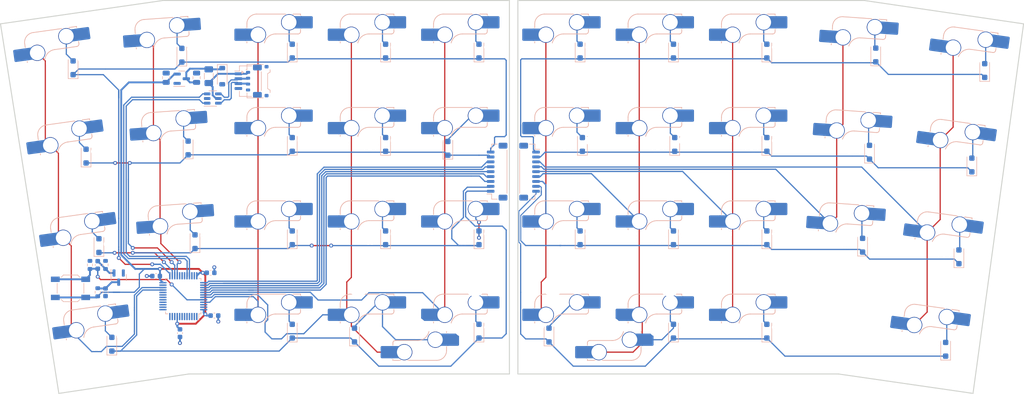
<source format=kicad_pcb>
(kicad_pcb (version 20221018) (generator pcbnew)
  (layers (0 "F.Cu" signal) (31 "B.Cu" signal) (34 "B.Paste" user) (35 "F.Paste" user) (36 "B.SilkS" user "B.Silkscreen") (37 "F.SilkS" user "F.Silkscreen") (38 "B.Mask" user) (39 "F.Mask" user) (44 "Edge.Cuts" user))
  (net 0 "")
  (net 1 "ROW0")
  (net 2 "Net-(D1-A)")
  (net 3 "Net-(D2-A)")
  (net 4 "Net-(D3-A)")
  (net 5 "Net-(D4-A)")
  (net 6 "Net-(D5-A)")
  (net 7 "Net-(D6-A)")
  (net 8 "Net-(D7-A)")
  (net 9 "Net-(D8-A)")
  (net 10 "Net-(D9-A)")
  (net 11 "Net-(D10-A)")
  (net 12 "ROW1")
  (net 13 "Net-(D11-A)")
  (net 14 "Net-(D12-A)")
  (net 15 "Net-(D13-A)")
  (net 16 "Net-(D14-A)")
  (net 17 "Net-(D15-A)")
  (net 18 "Net-(D16-A)")
  (net 19 "Net-(D17-A)")
  (net 20 "Net-(D18-A)")
  (net 21 "Net-(D19-A)")
  (net 22 "Net-(D20-A)")
  (net 23 "ROW2")
  (net 24 "Net-(D21-A)")
  (net 25 "Net-(D22-A)")
  (net 26 "Net-(D23-A)")
  (net 27 "Net-(D24-A)")
  (net 28 "Net-(D25-A)")
  (net 29 "Net-(D26-A)")
  (net 30 "Net-(D27-A)")
  (net 31 "Net-(D28-A)")
  (net 32 "Net-(D29-A)")
  (net 33 "Net-(D30-A)")
  (net 34 "ROW3")
  (net 35 "Net-(D31-A)")
  (net 36 "Net-(D33-A)")
  (net 37 "Net-(D34-A)")
  (net 38 "Net-(D35-A)")
  (net 39 "Net-(D36-A)")
  (net 40 "Net-(D37-A)")
  (net 41 "Net-(D38-A)")
  (net 42 "Net-(D40-A)")
  (net 43 "COL0")
  (net 44 "COL1")
  (net 45 "COL2")
  (net 46 "COL3")
  (net 47 "COL4")
  (net 48 "COL5")
  (net 49 "COL6")
  (net 50 "COL7")
  (net 51 "COL8")
  (net 52 "COL9")
  (net 53 "+5V")
  (net 54 "GND")
  (net 55 "BOOT0")
  (net 56 "Net-(Q1-G)")
  (net 57 "NRST")
  (net 58 "VBUS")
  (net 59 "D_USB_N")
  (net 60 "D_USB_P")
  (net 61 "+3V3")
  (net 67 "RESET")
  (net 85 "D_P")
  (net 86 "D_N")
  (footprint "PCM_marbastlib-mx:STAB_MX_2u" (layer "F.Cu") (at 133.35 88.10625 180)
    (fp_text reference "S1" hide)
    (fp_text value "MX_stab")
  )
  (footprint "PCM_marbastlib-mx:STAB_MX_2u" (layer "F.Cu") (at 173.0375 88.10625 180)
    (fp_text reference "S2" hide)
    (fp_text value "MX_stab")
  )
  (footprint "Diode_SMD:D_SOD-123" (layer "B.Cu") (at 93.6625 36.874939 -90)
    (fp_text reference "D_PWR1" hide)
    (fp_text value "SMF9.0CA")
  )
  (footprint "PCM_marbastlib-mx:SW_MX_HS_1u" (layer "B.Cu") (at 123.825 30.95625 180)
    (fp_text reference "MX4" hide)
    (fp_text value "MX_SW_HS" hide)
  )
  (footprint "Diode_SMD:D_SOD-123F" (layer "B.Cu") (at 68.505464 71.4375 90)
    (fp_text reference "D21" hide)
    (fp_text value "D_Small")
  )
  (footprint "Diode_SMD:D_SOD-123F" (layer "B.Cu") (at 120.65 89.69375 90)
    (fp_text reference "D34" hide)
    (fp_text value "D_Small")
  )
  (footprint "PCM_marbastlib-mx:SW_MX_HS_1u" (layer "B.Cu") (at 104.775 69.05625 180)
    (fp_text reference "MX23" hide)
    (fp_text value "MX_SW_HS" hide)
  )
  (footprint "Diode_SMD:D_SOD-123F" (layer "B.Cu") (at 204.7875 31.75 90)
    (fp_text reference "D8" hide)
    (fp_text value "D_Small")
  )
  (footprint "PCM_marbastlib-mx:SW_MX_HS_1u" (layer "B.Cu") (at 83.605403 50.744487 -176)
    (fp_text reference "MX12" hide)
    (fp_text value "MX_SW_HS" hide)
  )
  (footprint "Connector_JST:JST_SH_BM09B-SRSS-TB_1x09-1MP_P1.00mm_Vertical" (layer "B.Cu") (at 156.36875 56.35625 -90)
    (fp_text reference "J6" hide)
    (fp_text value "Conn_01x09_Socket")
  )
  (footprint "Diode_SMD:D_SOD-123F" (layer "B.Cu") (at 107.95 88.9 90)
    (fp_text reference "D33" hide)
    (fp_text value "D_Small")
  )
  (footprint "Diode_SMD:D_SOD-123F" (layer "B.Cu") (at 107.95 69.85 90)
    (fp_text reference "D23" hide)
    (fp_text value "D_Small")
  )
  (footprint "PCM_marbastlib-mx:SW_MX_HS_1u" (layer "B.Cu") (at 123.825 88.10625 180)
    (fp_text reference "MX34" hide)
    (fp_text value "MX_SW_HS" hide)
  )
  (footprint "Diode_SMD:D_SOD-123F" (layer "B.Cu") (at 85.421634 32.598148 90)
    (fp_text reference "D2" hide)
    (fp_text value "D_Small")
  )
  (footprint "Package_TO_SOT_SMD:SOT-23-6" (layer "B.Cu") (at 91.73125 41.43125)
    (fp_text reference "U4" hide)
    (fp_text value "USBLC6-2SC6")
  )
  (footprint "PCM_marbastlib-mx:SW_MX_HS_1u" (layer "B.Cu") (at 201.6125 30.95625 180)
    (fp_text reference "MX8" hide)
    (fp_text value "MX_SW_HS" hide)
  )
  (footprint "Button_Switch_SMD:SW_SPST_SKQG_WithoutStem" (layer "B.Cu") (at 62.70625 80.16875 180)
    (fp_text reference "SW1" hide)
    (fp_text value "RST")
  )
  (footprint "PCM_marbastlib-mx:SW_MX_HS_1u" (layer "B.Cu") (at 238.278188 90.686855 172)
    (fp_text reference "MX40" hide)
    (fp_text value "MX_SW_HS" hide)
  )
  (footprint "Diode_SMD:D_SOD-123F" (layer "B.Cu") (at 204.7875 69.85 90)
    (fp_text reference "D28" hide)
    (fp_text value "D_Small")
  )
  (footprint "PCM_marbastlib-mx:SW_MX_HS_1u" (layer "B.Cu") (at 142.875 50.00625 180)
    (fp_text reference "MX15" hide)
    (fp_text value "MX_SW_HS" hide)
  )
  (footprint "PCM_marbastlib-mx:SW_MX_HS_1u" (layer "B.Cu") (at 182.5625 69.05625 180)
    (fp_text reference "MX27" hide)
    (fp_text value "MX_SW_HS" hide)
  )
  (footprint "PCM_marbastlib-mx:SW_MX_HS_1u" (layer "B.Cu") (at 60.044656 34.09387 -172)
    (fp_text reference "MX1" hide)
    (fp_text value "MX_SW_HS" hide)
  )
  (footprint "Package_TO_SOT_SMD:SOT-23" (layer "B.Cu") (at 72.532785 77.972814 -90)
    (fp_text reference "Q1" hide)
    (fp_text value "2N7002")
  )
  (footprint "PCM_marbastlib-mx:SW_MX_HS_1u" (layer "B.Cu") (at 182.5625 50.00625 180)
    (fp_text reference "MX17" hide)
    (fp_text value "MX_SW_HS" hide)
  )
  (footprint "PCM_marbastlib-mx:SW_MX_HS_1u" (layer "B.Cu") (at 123.825 50.00625 180)
    (fp_text reference "MX14" hide)
    (fp_text value "MX_SW_HS" hide)
  )
  (footprint "PCM_marbastlib-mx:SW_MX_HS_1u" (layer "B.Cu") (at 84.956169 69.762781 -176)
    (fp_text reference "MX22" hide)
    (fp_text value "MX_SW_HS" hide)
  )
  (footprint "Capacitor_SMD:C_0603_1608Metric" (layer "B.Cu") (at 92.075 85.725)
    (fp_text reference "C4" hide)
    (fp_text value "100nF")
  )
  (footprint "PCM_marbastlib-mx:SW_MX_HS_1u" (layer "B.Cu") (at 104.775 30.95625 180)
    (fp_text reference "MX3" hide)
    (fp_text value "MX_SW_HS" hide)
  )
  (footprint "Diode_SMD:D_SOD-123F" (layer "B.Cu") (at 249.2375 35.71875 90)
    (fp_text reference "D10" hide)
    (fp_text value "D_Small")
  )
  (footprint "Diode_SMD:D_SOD-123F" (layer "B.Cu") (at 166.6875 31.75 90)
    (fp_text reference "D6" hide)
    (fp_text value "D_Small")
  )
  (footprint "PCM_marbastlib-mx:SW_MX_HS_1u" (layer "B.Cu") (at 201.6125 69.05625 180)
    (fp_text reference "MX28" hide)
    (fp_text value "MX_SW_HS" hide)
  )
  (footprint "Diode_SMD:D_SOD-123F" (layer "B.Cu") (at 246.6174 54.99191 90)
    (fp_text reference "D20" hide)
    (fp_text value "D_Small")
  )
  (footprint "Diode_SMD:D_SOD-123F" (layer "B.Cu") (at 63.235561 35.159733 90)
    (fp_text reference "D1" hide)
    (fp_text value "D_Small")
  )
  (footprint "PCM_marbastlib-mx:SW_MX_HS_1u" (layer "B.Cu") (at 173.0375 88.10625)
    (fp_text reference "MX39" hide)
    (fp_text value "MX_SW_HS" hide)
  )
  (footprint "Diode_SMD:D_SOD-123F" (layer "B.Cu") (at 243.980283 73.725302 90)
    (fp_text reference "D30" hide)
    (fp_text value "D_Small")
  )
  (footprint "Diode_SMD:D_SOD-123F" (layer "B.Cu") (at 86.706202 51.518434 90)
    (fp_text reference "D12" hide)
    (fp_text value "D_Small")
  )
  (footprint "Diode_SMD:D_SOD-123F" (layer "B.Cu") (at 127 31.75 90)
    (fp_text reference "D4" hide)
    (fp_text value "D_Small")
  )
  (footprint "PCM_marbastlib-mx:SW_MX_HS_1u" (layer "B.Cu") (at 240.91742 71.823751 172)
    (fp_text reference "MX30" hide)
    (fp_text value "MX_SW_HS" hide)
  )
  (footprint "Diode_SMD:D_SOD-123F" (layer "B.Cu") (at 88.10625 70.64375 90)
    (fp_text reference "D22" hide)
    (fp_text value "D_Small")
  )
  (footprint "Diode_SMD:D_SOD-123F" (layer "B.Cu") (at 167.148907 50.8 90)
    (fp_text reference "D16" hide)
    (fp_text value "D_Small")
  )
  (footprint "Diode_SMD:D_SOD-123F" (layer "B.Cu") (at 185.7375 88.9 90)
    (fp_text reference "D37" hide)
    (fp_text value "D_Small")
  )
  (footprint "PCM_marbastlib-mx:SW_MX_HS_1u" (layer "B.Cu") (at 221.301617 69.737862 176)
    (fp_text reference "MX29" hide)
    (fp_text value "MX_SW_HS" hide)
  )
  (footprint "Capacitor_SMD:C_0603_1608Metric" (layer "B.Cu") (at 69.85 80.9625 90)
    (fp_text reference "C8" hide)
    (fp_text value "1u")
  )
  (footprint "Diode_SMD:D_SOD-123F" (layer "B.Cu") (at 204.7875 88.9 90)
    (fp_text reference "D38" hide)
    (fp_text value "D_Small")
  )
  (footprint "Fuse:Fuse_1206_3216Metric" (layer "B.Cu") (at 90.919805 36.874939 90)
    (fp_text reference "F1" hide)
    (fp_text value "500mA")
  )
  (footprint "Connector_JST:JST_SH_SM04B-SRSS-TB_1x04-1MP_P1.00mm_Horizontal" (layer "B.Cu") (at 98.960197 37.8875 -90)
    (fp_text reference "J1" hide)
    (fp_text value "JST SH")
  )
  (footprint "PCM_marbastlib-mx:SW_MX_HS_1u" (layer "B.Cu") (at 142.875 88.10625 180)
    (fp_text reference "MX35" hide)
    (fp_text value "MX_SW_HS" hide)
  )
  (footprint "Diode_SMD:D_SOD-123F" (layer "B.Cu") (at 185.991623 50.8 90)
    (fp_text reference "D17" hide)
    (fp_text value "D_Small")
  )
  (footprint "PCM_marbastlib-mx:SW_MX_HS_1u" (layer "B.Cu") (at 243.581572 52.960646 172)
    (fp_text reference "MX20" hide)
    (fp_text value "MX_SW_HS" hide)
  )
  (footprint "PCM_marbastlib-mx:SW_MX_HS_1u" (layer "B.Cu") (at 123.825 69.05625 180)
    (fp_text reference "MX24" hide)
    (fp_text value "MX_SW_HS" hide)
  )
  (footprint "PCM_marbastlib-mx:SW_MX_HS_1u" (layer "B.Cu") (at 163.5125 69.05625 180)
    (fp_text reference "MX26" hide)
    (fp_text value "MX_SW_HS" hide)
  )
  (footprint "Resistor_SMD:R_0603_1608Metric" (layer "B.Cu") (at 68.2625 80.9625 90)
    (fp_text reference "R1" hide)
    (fp_text value "10k")
  )
  (footprint "Capacitor_SMD:C_0805_2012Metric" (layer "B.Cu") (at 82.222584 37.186574 90)
    (fp_text reference "C2" hide)
    (fp_text value "1uF")
  )
  (footprint "Diode_SMD:D_SOD-123F" (layer "B.Cu") (at 185.7375 69.85 90)
    (fp_text reference "D27" hide)
    (fp_text value "D_Small")
  )
  (footprint "Diode_SMD:D_SOD-123F" (layer "B.Cu") (at 225.736492 52.387499 90)
    (fp_text reference "D19" hide)
    (fp_text value "D_Small")
  )
  (footprint "Capacitor_SMD:C_0603_1608Metric" (layer "B.Cu") (at 80.16875 77.65875 180)
    (fp_text reference "C3" hide)
    (fp_text value "100nF")
  )
  (footprint "Diode_SMD:D_SOD-123F" (layer "B.Cu") (at 241.271408 92.597194 90)
    (fp_text reference "D40" hide)
    (fp_text value "D_Small")
  )
  (footprint "PCM_marbastlib-mx:SW_MX_HS_1u" (layer "B.Cu") (at 142.875 30.95625 180)
    (fp_text reference "MX5" hide)
    (fp_text value "MX_SW_HS" hide)
  )
  (footprint "PCM_marbastlib-mx:SW_MX_HS_1u" (layer "B.Cu") (at 182.5625 88.10625 180)
    (fp_text reference "MX37" hide)
    (fp_text value "MX_SW_HS" hide)
  )
  (footprint "Diode_SMD:D_SOD-123F" (layer "B.Cu") (at 107.95 31.75 90)
    (fp_text reference "D3" hide)
    (fp_text value "D_Small")
  )
  (footprint "PCM_marbastlib-mx:SW_MX_HS_1u" (layer "B.Cu") (at 182.5625 30.95625 180)
    (fp_text reference "MX7" hide)
    (fp_text value "MX_SW_HS" hide)
  )
  (footprint "Diode_SMD:D_SOD-123F" (layer "B.Cu") (at 127 69.85 90)
    (fp_text reference "D24" hide)
    (fp_text value "D_Small")
  )
  (footprint "Diode_SMD:D_SOD-123F" (layer "B.Cu") (at 224.322872 71.362184 90)
    (fp_text reference "D29" hide)
    (fp_text value "D_Small")
  )
  (footprint "Diode_SMD:D_SOD-123F" (layer "B.Cu") (at 139.7 51.59375 90)
    (fp_text reference "D15" hide)
    (fp_text value "D_Small")
  )
  (footprint "Connector_Molex:Molex_Pico-EZmate_78171-0004_1x04-1MP_P1.20mm_Vertical" (layer "B.Cu") (at 100.80625 37.8875 -90)
    (fp_text reference "J2" hide)
    (fp_text value "Pico EZmate")
  )
  (footprint "Capacitor_SMD:C_0603_1608Metric" (layer "B.Cu") (at 91.28125 76.99375)
    (fp_text reference "C6" hide)
    (fp_text value "100nF")
  )
  (footprint "Resistor_SMD:R_0603_1608Metric" (layer "B.Cu") (at 66.675 75.3875 90)
    (fp_text reference "R2" hide)
    (fp_text value "10k")
  )
  (footprint "Package_TO_SOT_SMD:SOT-23" (layer "B.Cu") (at 85.397584 37.392824)
    (fp_text reference "U2" hide)
    (fp_text value "MCP1700x-330xxTT")
  )
  (footprint "Resistor_SMD:R_0603_1608Metric" (layer "B.Cu") (at 69.85 75.3875 90)
    (fp_text reference "R3" hide)
    (fp_text value "100k")
  )
  (footprint "PCM_marbastlib-mx:SW_MX_HS_1u" (layer "B.Cu") (at 82.269656 31.749999 -176)
    (fp_text reference "MX2" hide)
    (fp_text value "MX_SW_HS" hide)
  )
  (footprint "Diode_SMD:D_SOD-123F" (layer "B.Cu") (at 160.3375 89.69375 90)
    (fp_text reference "D36" hide)
    (fp_text value "D_Small")
  )
  (footprint "Connector_JST:JST_SH_BM09B-SRSS-TB_1x09-1MP_P1.00mm_Vertical" (layer "B.Cu") (at 149.75625 56.35625 90)
    (fp_text reference "J5" hide)
    (fp_text value "Conn_01x09_Socket")
  )
  (footprint "PCM_marbastlib-mx:SW_MX_HS_1u" (layer "B.Cu") (at 65.339252 71.831094 -172)
    (fp_text reference "MX21" hide)
    (fp_text value "MX_SW_HS" hide)
  )
  (footprint "Diode_SMD:D_SOD-123F" (layer "B.Cu") (at 185.7375 31.75 90)
    (fp_text reference "D7" hide)
    (fp_text value "D_Small")
  )
  (footprint "Diode_SMD:D_SOD-123F" (layer "B.Cu") (at 146.05 31.75 90)
    (fp_text reference "D5" hide)
    (fp_text value "D_Small")
  )
  (footprint "Package_QFP:LQFP-48_7x7mm_P0.5mm" (layer "B.Cu") (at 85.725 81.75625 90)
    (fp_text reference "U1" hide)
    (fp_text value "STM32F072C8Tx")
  )
  (footprint "PCM_marbastlib-mx:SW_MX_HS_1u" (layer "B.Cu") (at 104.775 88.10625 180)
    (fp_text reference "MX33" hide)
    (fp_text value "MX_SW_HS" hide)
  )
  (footprint "Diode_SMD:D_SOD-123F" (layer "B.Cu") (at 146.05 69.85 90)
    (fp_text reference "D25" hide)
    (fp_text value "D_Small")
  )
  (footprint "PCM_marbastlib-mx:SW_MX_HS_1u" (layer "B.Cu") (at 201.6125 88.10625 180)
    (fp_text reference "MX38" hide)
    (fp_text value "MX_SW_HS" hide)
  )
  (footprint "PCM_marbastlib-mx:SW_MX_HS_1u" (layer "B.Cu") (at 246.215701 34.102901 172)
    (fp_text reference "MX10" hide)
    (fp_text value "MX_SW_HS" hide)
  )
  (footprint "Diode_SMD:D_SOD-123F" (layer "B.Cu") (at 127 50.8 90)
    (fp_text reference "D14" hide)
    (fp_text value "D_Small")
  )
  (footprint "PCM_marbastlib-mx:SW_MX_HS_1u" (layer "B.Cu") (at 201.6125 50.00625 180)
    (fp_text reference "MX18" hide)
    (fp_text value "MX_SW_HS" hide)
  )
  (footprint "Diode_SMD:D_SOD-123F" (layer "B.Cu") (at 227.0125 32.54375 90)
    (fp_text reference "D9" hide)
    (fp_text value "D_Small")
  )
  (footprint "PCM_marbastlib-mx:SW_MX_HS_1u" (layer "B.Cu") (at 133.35 88.10625)
    (fp_text reference "MX32" hide)
    (fp_text value "MX_SW_HS" hide)
  )
  (footprint "PCM_marbastlib-mx:SW_MX_HS_1u" (layer "B.Cu") (at 68.010747 90.701873 -172)
    (fp_text reference "MX31" hide)
    (fp_text value "MX_SW_HS" hide)
  )
  (footprint "Diode_SMD:D_SOD-123F" (layer "B.Cu") (at 146.05 88.9 90)
    (fp_text reference "D35" hide)
    (fp_text value "D_Small")
  )
  (footprint "Diode_SMD:D_SOD-123F" (layer "B.Cu") (at 71.138466 91.560479 90)
    (fp_text reference "D31" hide)
    (fp_text value "D_Small")
  )
  (footprint "PCM_marbastlib-mx:SW_MX_HS_1u" (layer "B.Cu") (at 163.5125 88.10625 180)
    (fp_text reference "MX36" hide)
    (fp_text value "MX_SW_HS" hide)
  )
  (footprint "PCM_marbastlib-mx:SW_MX_HS_1u" (layer "B.Cu") (at 62.718709 52.948187 -172)
    (fp_text reference "MX11" hide)
    (fp_text value "MX_SW_HS" hide)
  )
  (footprint "PCM_marbastlib-mx:SW_MX_HS_1u" (layer "B.Cu") (at 163.5125 50.00625 180)
    (fp_text reference "MX16" hide)
    (fp_text value "MX_SW_HS" hide)
  )
  (footprint "Capacitor_SMD:C_0603_1608Metric" (layer "B.Cu") (at 68.2625 75.3875 90)
    (fp_text reference "C7" hide)
    (fp_text value "4.7u")
  )
  (footprint "Diode_SMD:D_SOD-123F" (layer "B.Cu") (at 65.88125 53.18125 90)
    (fp_text reference "D11" hide)
    (fp_text value "D_Small")
  )
  (footprint "PCM_marbastlib-mx:SW_MX_HS_1u" (layer "B.Cu") (at 142.875 69.05625 180)
    (fp_text reference "MX25" hide)
    (fp_text value "MX_SW_HS" hide)
  )
  (footprint "PCM_marbastlib-mx:SW_MX_HS_1u" (layer "B.Cu") (at 223.937177 31.762459 176)
    (fp_text reference "MX9" hide)
    (fp_text value "MX_SW_HS" hide)
  )
  (footprint "Diode_SMD:D_SOD-123F" (layer "B.Cu") (at 204.7875 50.8 90)
    (fp_text reference "D18" hide)
    (fp_text value "D_Small")
  )
  (footprint "Diode_SMD:D_SOD-123F" (layer "B.Cu") (at 107.95 50.8 90)
    (fp_text reference "D13" hide)
    (fp_text value "D_Small")
  )
  (footprint "Diode_SMD:D_SOD-123F" (layer "B.Cu") (at 166.6875 69.85 90)
    (fp_text reference "D26" hide)
    (fp_text value "D_Small")
  )
  (footprint "Capacitor_SMD:C_0603_1608Metric" (layer "B.Cu") (at 85.043503 89.30362 -90)
    (fp_text reference "C5" hide)
    (fp_text value "100nF")
  )
  (footprint "PCM_marbastlib-mx:SW_MX_HS_1u" (layer "B.Cu") (at 222.66117 50.766292 176)
    (fp_text reference "MX19" hide)
    (fp_text value "MX_SW_HS" hide)
  )
  (footprint "PCM_marbastlib-mx:SW_MX_HS_1u" (layer "B.Cu") (at 104.775 50.00625 180)
    (fp_text reference "MX13" hide)
    (fp_text value "MX_SW_HS" hide)
  )
  (footprint "Capacitor_SMD:C_0805_2012Metric" (layer "B.Cu") (at 88.428834 37.186574 90)
    (fp_text reference "C1" hide)
    (fp_text value "1uF")
  )
  (footprint "PCM_marbastlib-mx:SW_MX_HS_1u" (layer "B.Cu") (at 163.5125 30.95625 180)
    (fp_text reference "MX6" hide)
    (fp_text value "MX_SW_HS" hide)
  )
  (gr_line (start 219.348002 97.631308) (end 246.85625 101.6) (stroke (width 0.2)) (layer "Edge.Cuts"))
  (gr_line (start 152.254255 97.63205) (end 86.895878 97.631308) (stroke (width 0.2)) (layer "Edge.Cuts"))
  (gr_line (start 246.85625 101.6) (end 257.175 26.19375) (stroke (width 0.2)) (layer "Edge.Cuts"))
  (gr_line (start 60.325 101.6) (end 86.895878 97.631308) (stroke (width 0.2)) (layer "Edge.Cuts"))
  (gr_line (start 48.41875 26.19375) (end 60.325 101.6) (stroke (width 0.2)) (layer "Edge.Cuts"))
  (gr_line (start 219.348002 97.631308) (end 153.989625 97.63205) (stroke (width 0.2)) (layer "Edge.Cuts"))
  (gr_line (start 152.258114 21.43125) (end 152.254255 97.63205) (stroke (width 0.2)) (layer "Edge.Cuts"))
  (gr_line (start 152.258114 21.43125) (end 81.569173 21.430057) (stroke (width 0.2)) (layer "Edge.Cuts"))
  (gr_line (start 81.569173 21.430057) (end 48.41875 26.19375) (stroke (width 0.2)) (layer "Edge.Cuts"))
  (gr_line (start 224.674707 21.430057) (end 153.9875 21.43125) (stroke (width 0.2)) (layer "Edge.Cuts"))
  (gr_line (start 257.175 26.19375) (end 224.674707 21.430057) (stroke (width 0.2)) (layer "Edge.Cuts"))
  (gr_line (start 153.989625 97.63205) (end 153.9875 21.43125) (stroke (width 0.2)) (layer "Edge.Cuts"))
  (segment (start 73.861253 75.267314) (end 72.557304 73.963365) (width 0.25) (layer "F.Cu") (net 1))
  (segment (start 79.375 75.267314) (end 73.861253 75.267314) (width 0.25) (layer "F.Cu") (net 1))
  (via (at 79.375 75.267314) (size 0.8) (drill 0.4) (layers "F.Cu" "B.Cu") (net 1))
  (via (at 72.557304 73.963365) (size 0.8) (drill 0.4) (layers "F.Cu" "B.Cu") (net 1))
  (segment (start 227.0125 33.94375) (end 229.58125 36.5125) (width 0.25) (layer "B.Cu") (net 1))
  (segment (start 226.824891 34.131359) (end 227.0125 33.94375) (width 0.25) (layer "B.Cu") (net 1))
  (segment (start 107.95 33.15) (end 108.12515 33.32515) (width 0.25) (layer "B.Cu") (net 1))
  (segment (start 166.5 33.3375) (end 166.6875 33.15) (width 0.25) (layer "B.Cu") (net 1))
  (segment (start 82.975 77.187195) (end 82.975 77.59375) (width 0.25) (layer "B.Cu") (net 1))
  (segment (start 166.86265 33.32515) (end 204.61235 33.32515) (width 0.25) (layer "B.Cu") (net 1))
  (segment (start 72.53775 41.275) (end 72.53775 65.88125) (width 0.25) (layer "B.Cu") (net 1))
  (segment (start 81.05512 75.267314) (end 79.375 75.267314) (width 0.25) (layer "B.Cu") (net 1))
  (segment (start 149.417443 49.2125) (end 149.225 49.404943) (width 0.25) (layer "B.Cu") (net 1))
  (segment (start 81.872028 76.084222) (end 81.05512 75.267314) (width 0.25) (layer "B.Cu") (net 1))
  (segment (start 166.6875 33.15) (end 166.86265 33.32515) (width 0.25) (layer "B.Cu") (net 1))
  (segment (start 72.53775 71.744) (end 72.53775 72.23125) (width 0.25) (layer "B.Cu") (net 1))
  (segment (start 149.225 50.8) (end 148.43125 51.59375) (width 0.25) (layer "B.Cu") (net 1))
  (segment (start 64.38372 35.411574) (end 69.85 35.411574) (width 0.25) (layer "B.Cu") (net 1))
  (segment (start 72.53775 65.88125) (end 72.53775 71.744) (width 0.25) (layer "B.Cu") (net 1))
  (segment (start 151.60625 48.886387) (end 151.280137 49.2125) (width 0.25) (layer "B.Cu") (net 1))
  (segment (start 154.5525 46.83125) (end 154.5525 48.98375) (width 0.25) (layer "B.Cu") (net 1))
  (segment (start 151.280137 49.2125) (end 149.417443 49.2125) (width 0.25) (layer "B.Cu") (net 1))
  (segment (start 63.235561 36.559733) (end 64.38372 35.411574) (width 0.25) (layer "B.Cu") (net 1))
  (segment (start 146.05 33.15) (end 145.87485 33.32515) (width 0.25) (layer "B.Cu") (net 1))
  (segment (start 107.101852 33.998148) (end 107.95 33.15) (width 0.25) (layer "B.Cu") (net 1))
  (segment (start 80.16875 75.267314) (end 81.055119 75.267314) (width 0.25) (layer "B.Cu") (net 1))
  (segment (start 154.78125 33.3375) (end 166.5 33.3375) (width 0.25) (layer "B.Cu") (net 1))
  (segment (start 229.58125 36.5125) (end 248.63125 36.5125) (width 0.25) (layer "B.Cu") (net 1))
  (segment (start 205.768859 34.131359) (end 226.824891 34.131359) (width 0.25) (layer "B.Cu") (net 1))
  (segment (start 85.421634 33.998148) (end 107.101852 33.998148) (width 0.25) (layer "B.Cu") (net 1))
  (segment (start 157.1625 49.385699) (end 157.1625 51.825) (width 0.25) (layer "B.Cu") (net 1))
  (segment (start 154.5525 46.83125) (end 154.5525 33.56625) (width 0.25) (layer "B.Cu") (net 1))
  (segment (start 81.055119 75.267314) (end 81.872028 76.084222) (width 0.25) (layer "B.Cu") (net 1))
  (segment (start 72.53775 39.909352) (end 72.53775 41.275) (width 0.25) (layer "B.Cu") (net 1))
  (segment (start 248.63125 36.5125) (end 249.2375 37.11875) (width 0.25) (layer "B.Cu") (net 1))
  (segment (start 72.53775 39.705014) (end 69.392469 36.559733) (width 0.25) (layer "B.Cu") (net 1))
  (segment (start 72.53775 73.943811) (end 72.53775 73.025) (width 0.25) (layer "B.Cu") (net 1))
  (segment (start 156.989301 49.2125) (end 157.1625 49.385699) (width 0.25) (layer "B.Cu") (net 1))
  (segment (start 204.61235 33.32515) (end 204.7875 33.15) (width 0.25) (layer "B.Cu") (net 1))
  (segment (start 69.392469 36.559733) (end 63.235561 36.559733) (width 0.25) (layer "B.Cu") (net 1))
  (segment (start 154.5525 48.228077) (end 154.5525 48.704423) (width 0.25) (layer "B.Cu") (net 1))
  (segment (start 81.872028 76.084222) (end 82.975 77.187195) (width 0.25) (layer "B.Cu") (net 1))
  (segment (start 151.294492 33.3375) (end 151.60625 33.649258) (width 0.25) (layer "B.Cu") (net 1))
  (segment (start 72.53775 41.275) (end 72.53775 39.705014) (width 0.25) (layer "B.Cu") (net 1))
  (segment (start 146.05 33.15) (end 146.2375 33.3375) (width 0.25) (layer "B.Cu") (net 1))
  (segment (start 148.43125 51.59375) (end 148.43125 52.35625) (width 0.25) (layer "B.Cu") (net 1))
  (segment (start 72.557304 73.963365) (end 72.53775 73.943811) (width 0.25) (layer "B.Cu") (net 1))
  (segment (start 84.008208 35.411574) (end 85.421634 33.998148) (width 0.25) (layer "B.Cu") (net 1))
  (segment (start 72.53775 73.025) (end 72.53775 73.943812) (width 0.25) (layer "B.Cu") (net 1))
  (segment (start 69.85 35.411574) (end 84.008208 35.411574) (width 0.25) (layer "B.Cu") (net 1))
  (segment (start 154.5525 33.56625) (end 154.78125 33.3375) (width 0.25) (layer "B.Cu") (net 1))
  (segment (start 154.78125 49.2125) (end 156.989301 49.2125) (width 0.25) (layer "B.Cu") (net 1))
  (segment (start 151.60625 33.649258) (end 151.60625 48.886387) (width 0.25) (layer "B.Cu") (net 1))
  (segment (start 79.375 75.267314) (end 80.16875 75.267314) (width 0.25) (layer "B.Cu") (net 1))
  (segment (start 72.53775 72.23125) (end 72.53775 73.025) (width 0.25) (layer "B.Cu") (net 1))
  (segment (start 149.225 49.404943) (end 149.225 50.8) (width 0.25) (layer "B.Cu") (net 1))
  (segment (start 154.5525 46.83125) (end 154.5525 48.228077) (width 0.25) (layer "B.Cu") (net 1))
  (segment (start 108.12515 33.32515) (end 145.87485 33.32515) (width 0.25) (layer "B.Cu") (net 1))
  (segment (start 154.5525 48.98375) (end 154.78125 49.2125) (width 0.25) (layer "B.Cu") (net 1))
  (segment (start 204.7875 33.15) (end 205.768859 34.131359) (width 0.25) (layer "B.Cu") (net 1))
  (segment (start 157.1625 51.825) (end 157.69375 52.35625) (width 0.25) (layer "B.Cu") (net 1))
  (segment (start 146.2375 33.3375) (end 151.294492 33.3375) (width 0.25) (layer "B.Cu") (net 1))
  (segment (start 61.852938 32.37711) (end 63.235561 33.759733) (width 0.25) (layer "B.Cu") (net 2))
  (segment (start 61.852938 28.709809) (end 61.852938 32.37711) (width 0.25) (layer "B.Cu") (net 2))
  (segment (start 84.449106 30.22562) (end 85.421634 31.198148) (width 0.25) (layer "B.Cu") (net 3))
  (segment (start 84.449106 26.505192) (end 84.449106 30.22562) (width 0.25) (layer "B.Cu") (net 3))
  (segment (start 107.315 29.715) (end 107.95 30.35) (width 0.25) (layer "B.Cu") (net 4))
  (segment (start 107.315 25.87625) (end 107.315 29.715) (width 0.25) (layer "B.Cu") (net 4))
  (segment (start 126.365 29.715) (end 127 30.35) (width 0.25) (layer "B.Cu") (net 5))
  (segment (start 126.365 25.87625) (end 126.365 29.715) (width 0.25) (layer "B.Cu") (net 5))
  (segment (start 145.415 25.87625) (end 145.415 29.715) (width 0.25) (layer "B.Cu") (net 6))
  (segment (start 145.415 29.715) (end 146.05 30.35) (width 0.25) (layer "B.Cu") (net 6))
  (segment (start 166.0525 29.715) (end 166.6875 30.35) (width 0.25) (layer "B.Cu") (net 7))
  (segment (start 166.0525 25.87625) (end 166.0525 29.715) (width 0.25) (layer "B.Cu") (net 7))
  (segment (start 185.1025 29.715) (end 185.7375 30.35) (width 0.25) (layer "B.Cu") (net 8))
  (segment (start 185.1025 25.87625) (end 185.1025 29.715) (width 0.25) (layer "B.Cu") (net 8))
  (segment (start 204.1525 25.87625) (end 204.1525 29.715) (width 0.25) (layer "B.Cu") (net 9))
  (segment (start 204.1525 29.715) (end 204.7875 30.35) (width 0.25) (layer "B.Cu") (net 9))
  (segment (start 226.825353 30.956603) (end 227.0125 31.14375) (width 0.25) (layer "B.Cu") (net 10))
  (segment (start 226.825353 26.872015) (end 226.825353 30.956603) (width 0.25) (layer "B.Cu") (net 10))
  (segment (start 249.437981 34.118269) (end 249.2375 34.31875) (width 0.25) (layer "B.Cu") (net 11))
  (segment (start 249.437981 29.425839) (end 249.437981 34.118269) (width 0.25) (layer "B.Cu") (net 11))
  (segment (start 75.40625 71.91797) (end 80.445247 71.91797) (width 0.25) (layer "F.Cu") (net 12))
  (segment (start 71.81325 54.578442) (end 74.787688 54.578442) (width 0.25) (layer "F.Cu") (net 12))
  (segment (start 74.787688 54.578442) (end 74.79325 54.584004) (width 0.25) (layer "F.Cu") (net 12))
  (segment (start 80.445247 71.91797) (end 83.34375 74.816473) (width 0.25) (layer "F.Cu") (net 12))
  (via (at 75.40625 71.91797) (size 0.8) (drill 0.4) (layers "F.Cu" "B.Cu") (net 12))
  (via (at 71.81325 54.578442) (size 0.8) (drill 0.4) (layers "F.Cu" "B.Cu") (net 12))
  (via (at 83.34375 74.816473) (size 0.8) (drill 0.4) (layers "F.Cu" "B.Cu") (net 12))
  (via (at 74.79325 54.584004) (size 0.8) (drill 0.4) (layers "F.Cu" "B.Cu") (net 12))
  (segment (start 245.78799 55.5625) (end 246.6174 56.39191) (width 0.25) (layer "B.Cu") (net 12))
  (segment (start 225.736492 53.787499) (end 225.130243 53.18125) (width 0.25) (layer "B.Cu") (net 12))
  (segment (start 71.252808 54.578442) (end 71.81325 54.578442) (width 0.25) (layer "B.Cu") (net 12))
  (segment (start 158.575 53.35625) (end 157.69375 53.35625) (width 0.25) (layer "B.Cu") (net 12))
  (segment (start 148.06875 52.99375) (end 148.43125 53.35625) (width 0.25) (layer "B.Cu") (net 12))
  (segment (start 65.88125 54.58125) (end 71.25 54.58125) (width 0.25) (layer "B.Cu") (net 12))
  (segment (start 71.25 54.58125) (end 71.252808 54.578442) (width 0.25) (layer "B.Cu") (net 12))
  (segment (start 74.51875 71.03047) (end 75.40625 71.91797) (width 0.25) (layer "B.Cu") (net 12))
  (segment (start 107.95 52.2) (end 108.1375 52.3875) (width 0.25) (layer "B.Cu") (net 12))
  (segment (start 74.79325 54.584004) (end 85.040632 54.584004) (width 0.25) (layer "B.Cu") (net 12))
  (segment (start 83.975 75.447723) (end 83.975 77.59375) (width 0.25) (layer "B.Cu") (net 12))
  (segment (start 74.51875 54.858504) (end 74.51875 57.94375) (width 0.25) (layer "B.Cu") (net 12))
  (segment (start 74.51875 70.64375) (end 74.51875 71.03047) (width 0.25) (layer "B.Cu") (net 12))
  (segment (start 146.05 52.99375) (end 148.06875 52.99375) (width 0.25) (layer "B.Cu") (net 12))
  (segment (start 139.09375 52.3875) (end 139.7 52.99375) (width 0.25) (layer "B.Cu") (net 12))
  (segment (start 225.130243 53.18125) (end 205.76875 53.18125) (width 0.25) (layer "B.Cu") (net 12))
  (segment (start 205.76875 53.18125) (end 204.7875 52.2) (width 0.25) (layer "B.Cu") (net 12))
  (segment (start 167.324057 52.37515) (end 204.61235 52.37515) (width 0.25) (layer "B.Cu") (net 12))
  (segment (start 74.79325 54.584004) (end 74.51875 54.858504) (width 0.25) (layer "B.Cu") (net 12))
  (segment (start 227.511493 55.5625) (end 245.78799 55.5625) (width 0.25) (layer "B.Cu") (net 12))
  (segment (start 85.040632 54.584004) (end 86.706202 52.918434) (width 0.25) (layer "B.Cu") (net 12))
  (segment (start 107.231566 52.918434) (end 86.706202 52.918434) (width 0.25) (layer "B.Cu") (net 12))
  (segment (start 139.7 52.99375) (end 146.05 52.99375) (width 0.25) (layer "B.Cu") (net 12))
  (segment (start 225.736492 53.787499) (end 227.511493 55.5625) (width 0.25) (layer "B.Cu") (net 12))
  (segment (start 166.961407 52.3875) (end 159.54375 52.3875) (width 0.25) (layer "B.Cu") (net 12))
  (segment (start 74.51875 57.94375) (end 74.51875 70.64375) (width 0.25) (layer "B.Cu") (net 12))
  (segment (start 204.61235 52.37515) (end 204.7875 52.2) (width 0.25) (layer "B.Cu") (net 12))
  (segment (start 108.1375 52.3875) (end 139.09375 52.3875) (width 0.25) (layer "B.Cu") (net 12))
  (segment (start 107.95 52.2) (end 107.231566 52.918434) (width 0.25) (layer "B.Cu") (net 12))
  (segment (start 167.148907 52.2) (end 166.961407 52.3875) (width 0.25) (layer "B.Cu") (net 12))
  (segment (start 159.54375 52.3875) (end 158.575 53.35625) (width 0.25) (layer "B.Cu") (net 12))
  (segment (start 167.148907 52.2) (end 167.324057 52.37515) (width 0.25) (layer "B.Cu") (net 12))
  (segment (start 83.34375 74.816473) (end 83.975 75.447723) (width 0.25) (layer "B.Cu") (net 12))
  (segment (start 64.526991 47.564126) (end 64.526991 50.426991) (width 0.25) (layer "B.Cu") (net 13))
  (segment (start 64.526991 50.426991) (end 65.88125 51.78125) (width 0.25) (layer "B.Cu") (net 13))
  (segment (start 85.784853 49.197085) (end 86.706202 50.118434) (width 0.25) (layer "B.Cu") (net 14))
  (segment (start 85.784853 45.49968) (end 85.784853 49.197085) (width 0.25) (layer "B.Cu") (net 14))
  (segment (start 107.315 48.765) (end 107.95 49.4) (width 0.25) (layer "B.Cu") (net 15))
  (segment (start 107.315 44.92625) (end 107.315 48.765) (width 0.25) (layer "B.Cu") (net 15))
  (segment (start 126.365 48.765) (end 127 49.4) (width 0.25) (layer "B.Cu") (net 16))
  (segment (start 126.365 44.92625) (end 126.365 48.765) (width 0.25) (layer "B.Cu") (net 16))
  (segment (start 145.415 44.92625) (end 144.604869 44.92625) (width 0.25) (layer "B.Cu") (net 17))
  (segment (start 144.604869 44.92625) (end 139.7 49.831119) (width 0.25) (layer "B.Cu") (net 17))
  (segment (start 139.7 49.831119) (end 139.7 50.19375) (width 0.25) (layer "B.Cu") (net 17))
  (segment (start 166.0525 48.303593) (end 167.148907 49.4) (width 0.25) (layer "B.Cu") (net 18))
  (segment (start 166.0525 44.92625) (end 166.0525 48.303593) (width 0.25) (layer "B.Cu") (net 18))
  (segment (start 185.1025 44.92625) (end 185.1025 48.510877) (width 0.25) (layer "B.Cu") (net 19))
  (segment (start 185.1025 48.510877) (end 185.991623 49.4) (width 0.25) (layer "B.Cu") (net 19))
  (segment (start 204.1525 44.92625) (end 204.1525 48.765) (width 0.25) (layer "B.Cu") (net 20))
  (segment (start 204.1525 48.765) (end 204.7875 49.4) (width 0.25) (layer "B.Cu") (net 20))
  (segment (start 225.549346 45.875848) (end 225.549346 50.800353) (width 0.25) (layer "B.Cu") (net 21))
  (segment (start 225.549346 50.800353) (end 225.736492 50.987499) (width 0.25) (layer "B.Cu") (net 21))
  (segment (start 246.803852 48.283584) (end 246.803852 53.405458) (width 0.25) (layer "B.Cu") (net 22))
  (segment (start 246.803852 53.405458) (end 246.6174 53.59191) (width 0.25) (layer "B.Cu") (net 22))
  (segment (start 71.698615 72.917473) (end 71.698373 72.917231) (width 0.25) (layer "F.Cu") (net 23))
  (segment (start 75.40625 72.917473) (end 79.85725 72.917473) (width 0.25) (layer "F.Cu") (net 23))
  (segment (start 79.85725 72.917473) (end 81.75625 74.816473) (width 0.25) (layer "F.Cu") (net 23))
  (segment (start 75.40625 72.917473) (end 71.698615 72.917473) (width 0.25) (layer "F.Cu") (net 23))
  (segment (start 111.91875 71.4375) (end 112.7125 71.4375) (width 0.25) (layer "F.Cu") (net 23))
  (segment (start 112.7125 71.4375) (end 115.8875 71.4375) (width 0.25) (layer "F.Cu") (net 23))
  (via (at 111.91875 71.4375) (size 0.8) (drill 0.4) (layers "F.Cu" "B.Cu") (net 23))
  (via (at 71.698373 72.917231) (size 0.8) (drill 0.4) (layers "F.Cu" "B.Cu") (net 23))
  (via (at 75.40625 72.917473) (size 0.8) (drill 0.4) (layers "F.Cu" "B.Cu") (net 23))
  (via (at 115.8875 71.4375) (size 0.8) (drill 0.4) (layers "F.Cu" "B.Cu") (net 23))
  (via (at 81.75625 74.816473) (size 0.8) (drill 0.4) (layers "F.Cu" "B.Cu") (net 23))
  (segment (start 145.87485 71.42515) (end 146.05 71.25) (width 0.25) (layer "B.Cu") (net 23))
  (segment (start 243.047632 74.192651) (end 243.980283 75.125302) (width 0.25) (layer "B.Cu") (net 23))
  (segment (start 145.8625 71.4375) (end 146.05 71.25) (width 0.25) (layer "B.Cu") (net 23))
  (segment (start 154.78125 70.64375) (end 154.5775 70.44) (width 0.2) (layer "B.Cu") (net 23))
  (segment (start 141.893769 71.42515) (end 140.5061 70.037481) (width 0.25) (layer "B.Cu") (net 23))
  (segment (start 145.87485 71.42515) (end 141.893769 71.42515) (width 0.25) (layer "B.Cu") (net 23))
  (segment (start 166.86265 71.42515) (end 204.61235 71.42515) (width 0.25) (layer "B.Cu") (net 23))
  (segment (start 205.76875 72.23125) (end 223.791938 72.23125) (width 0.25) (layer "B.Cu") (net 23))
  (segment (start 142.875 60.325) (end 143.66875 59.53125) (width 0.25) (layer "B.Cu") (net 23))
  (segment (start 158.76875 60.325) (end 158.76875 59.55) (width 0.2) (layer "B.Cu") (net 23))
  (segment (start 155.56265 71.42515) (end 154.78125 70.64375) (width 0.25) (layer "B.Cu") (net 23))
  (segment (start 204.61235 71.42515) (end 204.7875 71.25) (width 0.25) (layer "B.Cu") (net 23))
  (segment (start 166.51235 71.42515) (end 162.71875 71.42515) (width 0.25) (layer "B.Cu") (net 23))
  (segment (start 88.10625 72.04375) (end 107.15625 72.04375) (width 0.25) (layer "B.Cu") (net 23))
  (segment (start 111.91875 71.42515) (end 111.91875 71.4375) (width 0.25) (layer "B.Cu") (net 23))
  (segment (start 157.1625 62.70625) (end 158.76875 61.1) (width 0.2) (layer "B.Cu") (net 23))
  (segment (start 115.8875 71.4375) (end 145.8625 71.4375) (width 0.25) (layer "B.Cu") (net 23))
  (segment (start 83.475 76.535223) (end 83.475 77.59375) (width 0.25) (layer "B.Cu") (net 23))
  (segment (start 225.753339 74.192651) (end 243.047632 74.192651) (width 0.25) (layer "B.Cu") (net 23))
  (segment (start 162.71875 71.42515) (end 155.56265 71.42515) (width 0.25) (layer "B.Cu") (net 23))
  (segment (start 158.76875 61.1) (end 158.76875 60.325) (width 0.2) (layer "B.Cu") (net 23))
  (segment (start 224.322872 72.762184) (end 225.753339 74.192651) (width 0.25) (layer "B.Cu") (net 23))
  (segment (start 142.875 65.706119) (end 142.875 60.325) (width 0.25) (layer "B.Cu") (net 23))
  (segment (start 87.232527 72.917473) (end 88.10625 72.04375) (width 0.25) (layer "B.Cu") (net 23))
  (segment (start 108.12515 71.42515) (end 111.91875 71.42515) (width 0.25) (layer "B.Cu") (net 23))
  (segment (start 143.66875 59.53125) (end 148.25625 59.53125) (width 0.25) (layer "B.Cu") (net 23))
  (segment (start 107.95 71.25) (end 108.12515 71.42515) (width 0.25) (layer "B.Cu") (net 23))
  (segment (start 107.15625 72.04375) (end 107.95 71.25) (width 0.25) (layer "B.Cu") (net 23))
  (segment (start 154.5775 65.288433) (end 157.159683 62.70625) (width 0.2) (layer "B.Cu") (net 23))
  (segment (start 154.5775 70.44) (end 154.5775 65.288433) (width 0.2) (layer "B.Cu") (net 23))
  (segment (start 140.5061 68.075019) (end 142.875 65.706119) (width 0.25) (layer "B.Cu") (net 23))
  (segment (start 75.40625 72.917473) (end 87.232527 72.917473) (width 0.25) (layer "B.Cu") (net 23))
  (segment (start 166.6875 71.25) (end 166.51235 71.42515) (width 0.25) (layer "B.Cu") (net 23))
  (segment (start 223.791938 72.23125) (end 224.322872 72.762184) (width 0.25) (layer "B.Cu") (net 23))
  (segment (start 81.75625 74.816473) (end 83.475 76.535223) (width 0.25) (layer "B.Cu") (net 23))
  (segment (start 162.71875 71.42515) (end 162.531269 71.42515) (width 0.25) (layer "B.Cu") (net 23))
  (segment (start 158.575 59.35625) (end 157.69375 59.35625) (width 0.2) (layer "B.Cu") (net 23))
  (segment (start 158.76875 59.55) (end 158.575 59.35625) (width 0.2) (layer "B.Cu") (net 23))
  (segment (start 166.6875 71.25) (end 166.86265 71.42515) (width 0.25) (layer "B.Cu") (net 23))
  (segment (start 140.5061 70.037481) (end 140.5061 68.075019) (width 0.25) (layer "B.Cu") (net 23))
  (segment (start 71.698373 72.917231) (end 68.585195 72.917231) (width 0.25) (layer "B.Cu") (net 23))
  (segment (start 158.76875 60.807467) (end 158.76875 60.325) (width 0.2) (layer "B.Cu") (net 23))
  (segment (start 204.7875 71.25) (end 205.76875 72.23125) (width 0.25) (layer "B.Cu") (net 23))
  (segment (start 157.159683 62.70625) (end 157.1625 62.70625) (width 0.2) (layer "B.Cu") (net 23))
  (segment (start 148.25625 59.53125) (end 148.43125 59.35625) (width 0.25) (layer "B.Cu") (net 23))
  (segment (start 67.147534 68.67957) (end 68.505464 70.0375) (width 0.25) (layer "B.Cu") (net 24))
  (segment (start 67.147534 66.447033) (end 67.147534 68.67957) (width 0.25) (layer "B.Cu") (net 24))
  (segment (start 87.135619 64.517974) (end 87.135619 68.273119) (width 0.25) (layer "B.Cu") (net 25))
  (segment (start 87.135619 68.273119) (end 88.10625 69.24375) (width 0.25) (layer "B.Cu") (net 25))
  (segment (start 107.315 63.97625) (end 107.315 67.815) (width 0.25) (layer "B.Cu") (net 26))
  (segment (start 107.315 67.815) (end 107.95 68.45) (width 0.25) (layer "B.Cu") (net 26))
  (segment (start 126.365 63.97625) (end 126.365 67.815) (width 0.25) (layer "B.Cu") (net 27))
  (segment (start 126.365 67.815) (end 127 68.45) (width 0.25) (layer "B.Cu") (net 27))
  (segment (start 146.05 69.85) (end 146.05 66.675) (width 0.25) (layer "F.Cu") (net 28))
  (via (at 146.05 66.675) (size 0.8) (drill 0.4) (layers "F.Cu" "B.Cu") (net 28))
  (via (at 146.05 69.85) (size 0.8) (drill 0.4) (layers "F.Cu" "B.Cu") (net 28))
  (segment (start 146.05 69.85) (end 146.05 68.45) (width 0.25) (layer "B.Cu") (net 28))
  (segment (start 145.415 66.04) (end 145.415 63.97625) (width 0.25) (layer "B.Cu") (net 28))
  (segment (start 146.05 66.675) (end 145.415 66.04) (width 0.25) (layer "B.Cu") (net 28))
  (segment (start 166.0525 63.97625) (end 166.0525 67.815) (width 0.25) (layer "B.Cu") (net 29))
  (segment (start 166.0525 67.815) (end 166.6875 68.45) (width 0.25) (layer "B.Cu") (net 29))
  (segment (start 185.1025 63.97625) (end 185.1025 67.815) (width 0.25) (layer "B.Cu") (net 30))
  (segment (start 185.1025 67.815) (end 185.7375 68.45) (width 0.25) (layer "B.Cu") (net 30))
  (segment (start 204.1525 67.815) (end 204.7875 68.45) (width 0.25) (layer "B.Cu") (net 31))
  (segment (start 204.1525 63.97625) (end 204.1525 67.815) (width 0.25) (layer "B.Cu") (net 31))
  (segment (start 224.189793 64.847418) (end 224.189793 69.829105) (width 0.25) (layer "B.Cu") (net 32))
  (segment (start 224.189793 69.829105) (end 224.322872 69.962184) (width 0.25) (layer "B.Cu") (net 32))
  (segment (start 244.1397 72.165885) (end 243.980283 72.325302) (width 0.25) (layer "B.Cu") (net 33))
  (segment (start 244.1397 67.146689) (end 244.1397 72.165885) (width 0.25) (layer "B.Cu") (net 33))
  (segment (start 156.529533 62.073283) (end 157.69375 60.909066) (width 0.2) (layer "B.Cu") (net 34))
  (segment (start 154.5525 80.9625) (end 154.5525 89.465) (width 0.25) (layer "B.Cu") (net 34))
  (segment (start 119.85625 90.3) (end 120.65 91.09375) (width 0.25) (layer "B.Cu") (net 34))
  (segment (start 125.6 96.04375) (end 140.30625 96.04375) (width 0.25) (layer "B.Cu") (net 34))
  (segment (start 77.45 80.50625) (end 81.5625 80.50625) (width 0.25) (layer "B.Cu") (net 34))
  (segment (start 151.60625 68.2625) (end 150.8125 67.46875) (width 0.25) (layer "B.Cu") (net 34))
  (segment (start 204.7875 90.3) (end 208.484694 93.997194) (width 0.25) (layer "B.Cu") (net 34))
  (segment (start 71.138466 92.960479) (end 72.23125 92.960479) (width 0.25) (layer "B.Cu") (net 34))
  (segment (start 154.5525 71.107375) (end 154.5525 71.4375) (width 0.2) (layer "B.Cu") (net 34))
  (segment (start 156.132658 62.470158) (end 154.1775 64.425316) (width 0.2) (layer "B.Cu") (net 34))
  (segment (start 140.30625 96.04375) (end 146.05 90.3) (width 0.25) (layer "B.Cu") (net 34))
  (segment (start 72.23125 92.960479) (end 105.289521 92.960479) (width 0.25) (layer "B.Cu") (net 34))
  (segment (start 120.65 91.09375) (end 125.6 96.04375) (width 0.25) (layer "B.Cu") (net 34))
  (segment (start 154.1775 64.425316) (end 154.1775 70.732375) (width 0.2) (layer "B.Cu") (net 34))
  (segment (start 76.2 89.69375) (end 76.2 81.75625) (width 0.25) (layer "B.Cu") (net 34))
  (segment (start 160.3375 91.09375) (end 165.2875 96.04375) (width 0.25) (layer "B.Cu") (net 34))
  (segment (start 151.60625 89.423433) (end 151.60625 68.2625) (width 0.25) (layer "B.Cu") (net 34))
  (segment (start 159.73125 90.4875) (end 160.3375 91.09375) (width 0.25) (layer "B.Cu") (net 34))
  (segment (start 154.1775 70.732375) (end 154.5525 71.107375) (width 0.2) (layer "B.Cu") (net 34))
  (segment (start 72.933271 92.960479) (end 76.2 89.69375) (width 0.25) (layer "B.Cu") (net 34))
  (segment (start 208.484694 93.997194) (end 241.271408 93.997194) (width 0.25) (layer "B.Cu") (net 34))
  (segment (start 76.2 81.75625) (end 77.45 80.50625) (width 0.25) (layer "B.Cu") (net 34))
  (segment (start 72.23125 92.960479) (end 72.933271 92.960479) (width 0.25) (layer "B.Cu") (net 34))
  (segment (start 185.7375 90.3) (end 185.91265 90.47515) (width 0.25) (layer "B.Cu") (net 34))
  (segment (start 143.325 60.66875) (end 143.66875 60.325) (width 0.25) (layer "B.Cu") (net 34))
  (segment (start 145.25625 67.46875) (end 143.325 65.5375) (width 0.25) (layer "B.Cu") (net 34))
  (segment (start 105.289521 92.960479) (end 107.95 90.3) (width 0.25) (layer "B.Cu") (net 34))
  (segment (start 154.5525 89.465) (end 155.575 90.4875) (width 0.25) (layer "B.Cu") (net 34))
  (segment (start 107.95 90.3) (end 119.85625 90.3) (width 0.25) (layer "B.Cu") (net 34))
  (segment (start 148.4 60.325) (end 148.43125 60.35625) (width 0.25) (layer "B.Cu") (net 34))
  (segment (start 71.138466 92.960479) (end 71.843471 92.960479) (width 0.25) (layer "B.Cu") (net 34))
  (segment (start 156.132658 62.470158) (end 156.529533 62.073283) (width 0.2) (layer "B.Cu") (net 34))
  (segment (start 157.69375 60.909066) (end 157.69375 60.35625) (width 0.2) (layer "B.Cu") (net 34))
  (segment (start 156.529533 62.073283) (end 157.1625 61.440317) (width 0.2) (layer "B.Cu") (net 34))
  (segment (start 143.66875 60.325) (end 148.4 60.325) (width 0.25) (layer "B.Cu") (net 34))
  (segment (start 204.61235 90.47515) (end 204.7875 90.3) (width 0.25) (layer "B.Cu") (net 34))
  (segment (start 179.99375 96.04375) (end 185.7375 90.3) (width 0.25) (layer "B.Cu") (net 34))
  (segment (start 150.729683 90.3) (end 151.60625 89.423433) (width 0.25) (layer "B.Cu") (net 34))
  (segment (start 154.5525 80.9625) (end 154.5525 71.4375) (width 0.25) (layer "B.Cu") (net 34))
  (segment (start 143.325 65.5375) (end 143.325 60.66875) (width 0.25) (layer "B.Cu") (net 34))
  (segment (start 185.91265 90.47515) (end 204.61235 90.47515) (width 0.25) (layer "B.Cu") (net 34))
  (segment (start 165.2875 96.04375) (end 179.99375 96.04375) (width 0.25) (layer "B.Cu") (net 34))
  (segment (start 155.575 90.4875) (end 159.73125 90.4875) (width 0.25) (layer "B.Cu") (net 34))
  (segment (start 150.8125 67.46875) (end 145.25625 67.46875) (width 0.25) (layer "B.Cu") (net 34))
  (segment (start 154.309067 64.29375) (end 156.132658 62.470158) (width 0.2) (layer "B.Cu") (net 34))
  (segment (start 146.05 90.3) (end 150.729683 90.3) (width 0.25) (layer "B.Cu") (net 34))
  (segment (start 69.819029 85.317812) (end 69.819029 88.841042) (width 0.25) (layer "B.Cu") (net 35))
  (segment (start 69.819029 88.841042) (end 71.138466 90.160479) (width 0.25) (layer "B.Cu") (net 35))
  (segment (start 107.315 83.02625) (end 107.315 86.865) (width 0.25) (layer "B.Cu") (net 36))
  (segment (start 107.315 86.865) (end 107.95 87.5) (width 0.25) (layer "B.Cu") (net 36))
  (segment (start 137.16 90.64625) (end 129.042233 90.64625) (width 0.25) (layer "B.Cu") (net 37))
  (segment (start 125.554869 83.02625) (end 120.65 87.931119) (width 0.25) (layer "B.Cu") (net 37))
  (segment (start 129.042233 90.64625) (end 126.365 87.969017) (width 0.25) (layer "B.Cu") (net 37))
  (segment (start 126.365 83.02625) (end 125.554869 83.02625) (width 0.25) (layer "B.Cu") (net 37))
  (segment (start 120.65 87.931119) (end 120.65 88.29375) (width 0.25) (layer "B.Cu") (net 37))
  (segment (start 126.365 87.969017) (end 126.365 83.02625) (width 0.25) (layer "B.Cu") (net 37))
  (segment (start 145.415 83.02625) (end 145.415 86.865) (width 0.25) (layer "B.Cu") (net 38))
  (segment (start 145.415 86.865) (end 146.05 87.5) (width 0.25) (layer "B.Cu") (net 38))
  (segment (start 165.242369 83.02625) (end 160.3375 87.931119) (width 0.25) (layer "B.Cu") (net 39))
  (segment (start 160.3375 87.931119) (end 160.3375 88.29375) (width 0.25) (layer "B.Cu") (net 39))
  (segment (start 166.0525 83.02625) (end 165.242369 83.02625) (width 0.25) (layer "B.Cu") (net 39))
  (segment (start 185.1025 83.02625) (end 185.1025 86.865) (width 0.25) (layer "B.Cu") (net 40))
  (segment (start 176.8475 90.64625) (end 183.372631 90.64625) (width 0.25) (layer "B.Cu") (net 40))
  (segment (start 183.372631 90.64625) (end 185.7375 88.281381) (width 0.25) (layer "B.Cu") (net 40))
  (segment (start 185.1025 86.865) (end 185.7375 87.5) (width 0.25) (layer "B.Cu") (net 40))
  (segment (start 185.7375 88.281381) (end 185.7375 87.5) (width 0.25) (layer "B.Cu") (net 40))
  (segment (start 204.1525 83.02625) (end 204.1525 86.865) (width 0.25) (layer "B.Cu") (net 41))
  (segment (start 204.1525 86.865) (end 204.7875 87.5) (width 0.25) (layer "B.Cu") (net 41))
  (segment (start 241.500468 90.968134) (end 241.271408 91.197194) (width 0.25) (layer "B.Cu") (net 42))
  (segment (start 241.500468 86.009793) (end 241.500468 90.968134) (width 0.25) (layer "B.Cu") (net 42))
  (segment (start 62.862831 71.496063) (end 62.862831 87.695347) (width 0.25) (layer "F.Cu") (net 43))
  (segment (start 60.242288 52.613156) (end 60.242288 68.87552) (width 0.25) (layer "F.Cu") (net 43))
  (segment (start 61.212831 69.846063) (end 62.862831 71.496063) (width 0.25) (layer "F.Cu") (net 43))
  (segment (start 57.568235 49.939103) (end 58.592288 50.963156) (width 0.25) (layer "F.Cu") (net 43))
  (segment (start 62.862831 87.695347) (end 63.884326 88.716842) (width 0.25) (layer "F.Cu") (net 43))
  (segment (start 57.568235 33.758839) (end 57.568235 49.939103) (width 0.25) (layer "F.Cu") (net 43))
  (segment (start 58.592288 50.963156) (end 60.242288 52.613156) (width 0.25) (layer "F.Cu") (net 43))
  (segment (start 55.918235 32.108839) (end 57.568235 33.758839) (width 0.25) (layer "F.Cu") (net 43))
  (segment (start 60.242288 68.87552) (end 61.212831 69.846063) (width 0.25) (layer "F.Cu") (net 43))
  (segment (start 75.75 81.569854) (end 77.313604 80.00625) (width 0.25) (layer "B.Cu") (net 43))
  (segment (start 68.991978 93.070773) (end 70.057099 92.005652) (width 0.25) (layer "B.Cu") (net 43))
  (segment (start 70.057099 92.005652) (end 72.161902 92.005652) (width 0.25) (layer "B.Cu") (net 43))
  (segment (start 75.75 84.1375) (end 75.75 81.569854) (width 0.25) (layer "B.Cu") (net 43))
  (segment (start 72.161902 92.005652) (end 73.251702 92.005652) (width 0.25) (layer "B.Cu") (net 43))
  (segment (start 63.884326 89.925583) (end 67.029516 93.070773) (width 0.25) (layer "B.Cu") (net 43))
  (segment (start 73.251702 92.005652) (end 74.294302 90.963052) (width 0.25) (layer "B.Cu") (net 43))
  (segment (start 75.75 89.507354) (end 75.75 88.9) (width 0.25) (layer "B.Cu") (net 43))
  (segment (start 63.884326 88.716842) (end 63.884326 89.925583) (width 0.25) (layer "B.Cu") (net 43))
  (segment (start 77.313604 80.00625) (end 81.5625 80.00625) (width 0.25) (layer "B.Cu") (net 43))
  (segment (start 75.75 88.9) (end 75.75 84.5875) (width 0.25) (layer "B.Cu") (net 43))
  (segment (start 75.75 84.5875) (end 75.75 84.1375) (width 0.25) (layer "B.Cu") (net 43))
  (segment (start 74.294302 90.963052) (end 75.75 89.507354) (width 0.25) (layer "B.Cu") (net 43))
  (segment (start 67.029516 93.070773) (end 68.991978 93.070773) (width 0.25) (layer "B.Cu") (net 43))
  (segment (start 80.978269 67.49474) (end 80.978269 49.827212) (width 0.25) (layer "F.Cu") (net 44))
  (segment (start 80.978269 67.49474) (end 81.138544 67.655015) (width 0.25) (layer "F.Cu") (net 44))
  (segment (start 80.978269 49.827212) (end 79.627503 48.476446) (width 0.25) (layer "F.Cu") (net 44))
  (segment (start 79.627503 30.817705) (end 78.291756 29.481958) (width 0.25) (layer "F.Cu") (net 44))
  (segment (start 81.138544 71.023767) (end 84.93125 74.816473) (width 0.25) (layer "F.Cu") (net 44))
  (segment (start 81.138544 67.655015) (end 81.138544 71.023767) (width 0.25) (layer "F.Cu") (net 44))
  (segment (start 79.627503 48.476446) (end 79.627503 30.817705) (width 0.25) (layer "F.Cu") (net 44))
  (via (at 84.93125 74.816473) (size 0.8) (drill 0.4) (layers "F.Cu" "B.Cu") (net 44))
  (segment (start 84.93125 74.816473) (end 84.869854 74.816473) (width 0.25) (layer "B.Cu") (net 44))
  (segment (start 84.475 75.211327) (end 84.475 77.59375) (width 0.25) (layer "B.Cu") (net 44))
  (segment (start 84.869854 74.816473) (end 84.475 75.211327) (width 0.25) (layer "B.Cu") (net 44))
  (segment (start 100.965 85.56625) (end 100.965 28.41625) (width 0.25) (layer "F.Cu") (net 45))
  (segment (start 100.0125 81.8625) (end 92.261396 81.8625) (width 0.25) (layer "B.Cu") (net 45))
  (segment (start 100.965 82.815) (end 100.0125 81.8625) (width 0.25) (layer "B.Cu") (net 45))
  (segment (start 92.261396 81.8625) (end 91.117646 83.00625) (width 0.25) (layer "B.Cu") (net 45))
  (segment (start 100.965 85.56625) (end 100.965 82.815) (width 0.25) (layer "B.Cu") (net 45))
  (segment (start 91.117646 83.00625) (end 89.8875 83.00625) (width 0.25) (layer "B.Cu") (net 45))
  (segment (start 120.015 85.56625) (end 120.015 87.899702) (width 0.25) (layer "F.Cu") (net 46))
  (segment (start 120.015 77.929869) (end 119.07485 78.870019) (width 0.25) (layer "F.Cu") (net 46))
  (segment (start 125.301548 93.18625) (end 130.81 93.18625) (width 0.25) (layer "F.Cu") (net 46))
  (segment (start 119.07485 84.6261) (end 120.015 85.56625) (width 0.25) (layer "F.Cu") (net 46))
  (segment (start 120.015 87.899702) (end 125.301548 93.18625) (width 0.25) (layer "F.Cu") (net 46))
  (segment (start 120.015 28.41625) (end 120.015 77.929869) (width 0.25) (layer "F.Cu") (net 46))
  (segment (start 119.07485 78.870019) (end 119.07485 84.6261) (width 0.25) (layer "F.Cu") (net 46))
  (segment (start 102.94 83.54625) (end 102.94 86.591119) (width 0.25) (layer "B.Cu") (net 46))
  (segment (start 102.4061 87.125019) (end 102.4061 89.087481) (width 0.25) (layer "B.Cu") (net 46))
  (segment (start 92.075 81.4125) (end 100.80625 81.4125) (width 0.25) (layer "B.Cu") (net 46))
  (segment (start 100.80625 81.4125) (end 102.94 83.54625) (width 0.25) (layer "B.Cu") (net 46))
  (segment (start 103.793769 90.47515) (end 105.756231 90.47515) (width 0.25) (layer "B.Cu") (net 46))
  (segment (start 89.69375 81.98125) (end 91.50625 81.98125) (width 0.25) (layer "B.Cu") (net 46))
  (segment (start 114.162767 85.56625) (end 120.015 85.56625) (width 0.25) (layer "B.Cu") (net 46))
  (segment (start 91.50625 81.98125) (end 92.075 81.4125) (width 0.25) (layer "B.Cu") (net 46))
  (segment (start 106.806381 89.425) (end 110.304017 89.425) (width 0.25) (layer "B.Cu") (net 46))
  (segment (start 102.94 86.591119) (end 102.4061 87.125019) (width 0.25) (layer "B.Cu") (net 46))
  (segment (start 105.756231 90.47515) (end 106.806381 89.425) (width 0.25) (layer "B.Cu") (net 46))
  (segment (start 110.304017 89.425) (end 114.162767 85.56625) (width 0.25) (layer "B.Cu") (net 46))
  (segment (start 102.4061 89.087481) (end 103.793769 90.47515) (width 0.25) (layer "B.Cu") (net 46))
  (segment (start 139.065 28.41625) (end 139.065 85.56625) (width 0.25) (layer "F.Cu") (net 47))
  (segment (start 134.55 81.05125) (end 123.593881 81.05125) (width 0.25) (layer "B.Cu") (net 47))
  (segment (start 111.639423 80.9625) (end 91.833084 80.9625) (width 0.25) (layer "B.Cu") (net 47))
  (segment (start 122.095131 82.55) (end 113.226923 82.55) (width 0.25) (layer "B.Cu") (net 47))
  (segment (start 123.593881 81.05125) (end 122.095131 82.55) (width 0.25) (layer "B.Cu") (net 47))
  (segment (start 139.065 85.56625) (end 134.55 81.05125) (width 0.25) (layer "B.Cu") (net 47))
  (segment (start 113.226923 82.55) (end 111.639423 80.9625) (width 0.25) (layer "B.Cu") (net 47))
  (segment (start 91.833084 80.9625) (end 91.289334 81.50625) (width 0.25) (layer "B.Cu") (net 47))
  (segment (start 91.289334 81.50625) (end 89.8875 81.50625) (width 0.25) (layer "B.Cu") (net 47))
  (segment (start 158.76235 78.870019) (end 158.76235 84.6261) (width 0.25) (layer "F.Cu") (net 48))
  (segment (start 159.7025 77.929869) (end 158.76235 78.870019) (width 0.25) (layer "F.Cu") (net 48))
  (segment (start 159.7025 28.41625) (end 159.7025 77.929869) (width 0.25) (layer "F.Cu") (net 48))
  (segment (start 158.76235 84.6261) (end 159.7025 85.56625) (width 0.25) (layer "F.Cu") (net 48))
  (segment (start 113.692646 80.5125) (end 114.865 79.340146) (width 0.25) (layer "B.Cu") (net 48))
  (segment (start 146.84375 57.94375) (end 146.14634 57.24634) (width 0.25) (layer "B.Cu") (net 48))
  (segment (start 159.468019 58.813231) (end 159.011038 58.35625) (width 0.25) (layer "B.Cu") (net 48))
  (segment (start 100.0125 80.5125) (end 91.646688 80.5125) (width 0.25) (layer "B.Cu") (net 48))
  (segment (start 159.468019 58.813231) (end 159.05925 58.404461) (width 0.25) (layer "B.Cu") (net 48))
  (segment (start 146.14634 57.24634) (end 144.4625 57.24634) (width 0.25) (layer "B.Cu") (net 48))
  (segment (start 100.0125 80.5125) (end 113.692646 80.5125) (width 0.25) (layer "B.Cu") (net 48))
  (segment (start 91.152938 81.00625) (end 89.8875 81.00625) (width 0.25) (layer "B.Cu") (net 48))
  (segment (start 144.4625 57.24634) (end 138.90625 57.24634) (width 0.25) (layer "B.Cu") (net 48))
  (segment (start 114.865 79.340146) (end 114.865 57.543084) (width 0.25) (layer "B.Cu") (net 48))
  (segment (start 138.90625 57.24634) (end 138.20884 57.24634) (width 0.25) (layer "B.Cu") (net 48))
  (segment (start 159.7025 66.51625) (end 159.7025 59.047711) (width 0.25) (layer "B.Cu") (net 48))
  (segment (start 115.161744 57.24634) (end 138.90625 57.24634) (width 0.25) (layer "B.Cu") (net 48))
  (segment (start 159.011038 58.35625) (end 157.69375 58.35625) (width 0.25) (layer "B.Cu") (net 48))
  (segment (start 159.7025 59.047711) (end 159.468019 58.813231) (width 0.25) (layer "B.Cu") (net 48))
  (segment (start 91.646688 80.5125) (end 91.152938 81.00625) (width 0.25) (layer "B.Cu") (net 48))
  (segment (start 148.43125 58.35625) (end 147.25625 58.35625) (width 0.25) (layer "B.Cu") (net 48))
  (segment (start 138.20884 57.24634) (end 138.1125 57.24634) (width 0.25) (layer "B.Cu") (net 48))
  (segment (start 147.25625 58.35625) (end 146.84375 57.94375) (width 0.25) (layer "B.Cu") (net 48))
  (segment (start 114.865 57.543084) (end 115.161744 57.24634) (width 0.25) (layer "B.Cu") (net 48))
  (segment (start 100.0125 80.5125) (end 98.994181 80.5125) (width 0.25) (layer "B.Cu") (net 48))
  (segment (start 177.4825 93.18625) (end 170.4975 93.18625) (width 0.25) (layer "F.Cu") (net 49))
  (segment (start 178.7525 85.56625) (end 178.7525 28.41625) (width 0.25) (layer "F.Cu") (net 49))
  (segment (start 178.7525 85.56625) (end 179.3675 86.18125) (width 0.25) (layer "F.Cu") (net 49))
  (segment (start 179.3675 86.18125) (end 179.3675 91.30125) (width 0.25) (layer "F.Cu") (net 49))
  (segment (start 179.3675 91.30125) (end 177.4825 93.18625) (width 0.25) (layer "F.Cu") (net 49))
  (segment (start 158.54375 57.35625) (end 157.69375 57.35625) (width 0.25) (layer "B.Cu") (net 49))
  (segment (start 148.426129 57.390753) (end 147.576129 57.390753) (width 0.25) (layer "B.Cu") (net 49))
  (segment (start 91.460292 80.0625) (end 91.016542 80.50625) (width 0.25) (layer "B.Cu") (net 49))
  (segment (start 113.50625 80.0625) (end 91.460292 80.0625) (width 0.25) (layer "B.Cu") (net 49))
  (segment (start 159.138163 56.761837) (end 158.54375 57.35625) (width 0.25) (layer "B.Cu") (net 49))
  (segment (start 114.975348 56.79634) (end 114.415 57.356688) (width 0.25) (layer "B.Cu") (net 49))
  (segment (start 114.415 57.356688) (end 114.415 79.15375) (width 0.25) (layer "B.Cu") (net 49))
  (segment (start 170.02125 57.785) (end 168.998087 56.761837) (width 0.25) (layer "B.Cu") (net 49))
  (segment (start 146.981716 56.79634) (end 114.975348 56.79634) (width 0.25) (layer "B.Cu") (net 49))
  (segment (start 168.998087 56.761837) (end 159.138163 56.761837) (width 0.25) (layer "B.Cu") (net 49))
  (segment (start 170.02125 57.785) (end 169.617806 57.381556) (width 0.25) (layer "B.Cu") (net 49))
  (segment (start 178.7525 66.51625) (end 170.02125 57.785) (width 0.25) (layer "B.Cu") (net 49))
  (segment (start 114.415 79.15375) (end 113.50625 80.0625) (width 0.25) (layer "B.Cu") (net 49))
  (segment (start 147.576129 57.390753) (end 146.981716 56.79634) (width 0.25) (layer "B.Cu") (net 49))
  (segment (start 91.016542 80.50625) (end 89.8875 80.50625) (width 0.25) (layer "B.Cu") (net 49))
  (segment (start 197.8025 28.41625) (end 197.8025 85.56625) (width 0.25) (layer "F.Cu") (net 50))
  (segment (start 148.381716 56.34634) (end 148.426129 56.390753) (width 0.25) (layer "B.Cu") (net 50))
  (segment (start 113.965 78.916129) (end 113.965 57.170292) (width 0.25) (layer "B.Cu") (net 50))
  (segment (start 114.788952 56.34634) (end 148.381716 56.34634) (width 0.25) (layer "B.Cu") (net 50))
  (segment (start 157.738163 56.311837) (end 157.69375 56.35625) (width 0.25) (layer "B.Cu") (net 50))
  (segment (start 90.880146 80.00625) (end 91.273896 79.6125) (width 0.25) (layer "B.Cu") (net 50))
  (segment (start 197.8025 66.51625) (end 187.598087 56.311837) (width 0.25) (layer "B.Cu") (net 50))
  (segment (start 187.598087 56.311837) (end 157.738163 56.311837) (width 0.25) (layer "B.Cu") (net 50))
  (segment (start 89.8875 80.00625) (end 90.880146 80.00625) (width 0.25) (layer "B.Cu") (net 50))
  (segment (start 91.273896 79.6125) (end 113.268629 79.6125) (width 0.25) (layer "B.Cu") (net 50))
  (segment (start 113.965 57.170292) (end 114.788952 56.34634) (width 0.25) (layer "B.Cu") (net 50))
  (segment (start 113.268629 79.6125) (end 113.965 78.916129) (width 0.25) (layer "B.Cu") (net 50))
  (segment (start 220.313639 46.6907) (end 220.313639 28.962874) (width 0.25) (layer "F.Cu") (net 51))
  (segment (start 219.037632 65.578724) (end 219.037632 47.966707) (width 0.25) (layer "F.Cu") (net 51))
  (segment (start 217.678079 66.938277) (end 219.037632 65.578724) (width 0.25) (layer "F.Cu") (net 51))
  (segment (start 219.037632 47.966707) (end 220.313639 46.6907) (width 0.25) (layer "F.Cu") (net 51))
  (segment (start 206.601639 55.861837) (end 159.295952 55.861837) (width 0.25) (layer "B.Cu") (net 51))
  (segment (start 113.082233 79.1625) (end 100.80625 79.1625) (width 0.25) (layer "B.Cu") (net 51))
  (segment (start 91.0875 79.1625) (end 90.74375 79.50625) (width 0.25) (layer "B.Cu") (net 51))
  (segment (start 113.515 78.729733) (end 113.082233 79.1625) (width 0.25) (layer "B.Cu") (net 51))
  (segment (start 147.329514 55.390753) (end 146.823927 55.89634) (width 0.25) (layer "B.Cu") (net 51))
  (segment (start 217.678079 66.938277) (end 206.601639 55.861837) (width 0.25) (layer "B.Cu") (net 51))
  (segment (start 100.80625 79.1625) (end 91.0875 79.1625) (width 0.25) (layer "B.Cu") (net 51))
  (segment (start 114.602556 55.89634) (end 113.515 56.983896) (width 0.25) (layer "B.Cu") (net 51))
  (segment (start 90.74375 79.50625) (end 89.8875 79.50625) (width 0.25) (layer "B.Cu") (net 51))
  (segment (start 158.790365 55.35625) (end 157.69375 55.35625) (width 0.25) (layer "B.Cu") (net 51))
  (segment (start 100.80625 79.1625) (end 93.875 79.1625) (width 0.25) (layer "B.Cu") (net 51))
  (segment (start 113.515 56.983896) (end 113.515 78.729733) (width 0.25) (layer "B.Cu") (net 51))
  (segment (start 148.426129 55.390753) (end 147.329514 55.390753) (width 0.25) (layer "B.Cu") (net 51))
  (segment (start 159.295952 55.861837) (end 158.790365 55.35625) (width 0.25) (layer "B.Cu") (net 51))
  (segment (start 146.823927 55.89634) (end 114.602556 55.89634) (width 0.25) (layer "B.Cu") (net 51))
  (segment (start 240.16215 49.915116) (end 240.16215 66.114069) (width 0.25) (layer "F.Cu") (net 52))
  (segment (start 240.16215 66.114069) (end 237.497998 68.778221) (width 0.25) (layer "F.Cu") (net 52))
  (segment (start 242.796279 31.057371) (end 242.796279 47.280987) (width 0.25) (layer "F.Cu") (net 52))
  (segment (start 237.497998 68.778221) (end 237.497998 85.002093) (width 0.25) (layer "F.Cu") (net 52))
  (segment (start 242.796279 47.280987) (end 240.16215 49.915116) (width 0.25) (layer "F.Cu") (net 52))
  (segment (start 237.497998 85.002093) (end 234.858766 87.641325) (width 0.25) (layer "F.Cu") (net 52))
  (segment (start 114.41616 55.44634) (end 146.576128 55.44634) (width 0.25) (layer "B.Cu") (net 52))
  (segment (start 146.576129 55.44634) (end 146.651859 55.370609) (width 0.25) (layer "B.Cu") (net 52))
  (segment (start 89.8875 79.00625) (end 90.607354 79.00625) (width 0.25) (layer "B.Cu") (net 52))
  (segment (start 90.607354 79.00625) (end 90.901104 78.7125) (width 0.25) (layer "B.Cu") (net 52))
  (segment (start 90.901104 78.7125) (end 112.895837 78.7125) (width 0.25) (layer "B.Cu") (net 52))
  (segment (start 159.54375 55.411837) (end 158.488163 54.35625) (width 0.25) (layer "B.Cu") (net 52))
  (segment (start 146.651859 55.370609) (end 147.631716 54.390753) (width 0.25) (layer "B.Cu") (net 52))
  (segment (start 146.576128 55.44634) (end 146.651859 55.370609) (width 0.25) (layer "B.Cu") (net 52))
  (segment (start 147.631716 54.390753) (end 148.426129 54.390753) (width 0.25) (layer "B.Cu") (net 52))
  (segment (start 113.065 78.543337) (end 113.065 56.7975) (width 0.25) (layer "B.Cu") (net 52))
  (segment (start 237.497998 68.778221) (end 224.131614 55.411837) (width 0.25) (layer "B.Cu") (net 52))
  (segment (start 112.895837 78.7125) (end 113.065 78.543337) (width 0.25) (layer "B.Cu") (net 52))
  (segment (start 158.488163 54.35625) (end 157.69375 54.35625) (width 0.25) (layer "B.Cu") (net 52))
  (segment (start 224.131614 55.411837) (end 159.54375 55.411837) (width 0.25) (layer "B.Cu") (net 52))
  (segment (start 113.065 56.7975) (end 114.41616 55.44634) (width 0.25) (layer "B.Cu") (net 52))
  (segment (start 86.335084 37.392824) (end 86.335084 36.081189) (width 0.381) (layer "B.Cu") (net 53))
  (segment (start 87.070199 35.346074) (end 86.335084 36.081189) (width 0.381) (layer "B.Cu") (net 53))
  (segment (start 90.79094 35.346074) (end 87.070199 35.346074) (width 0.381) (layer "B.Cu") (net 53))
  (segment (start 87.078834 38.136574) (end 88.428834 38.136574) (width 0.381) (layer "B.Cu") (net 53))
  (segment (start 87.078834 38.136574) (end 86.335084 37.392824) (width 0.381) (layer "B.Cu") (net 53))
  (segment (start 93.6625 35.224939) (end 93.4125 35.474939) (width 0.381) (layer "B.Cu") (net 53))
  (segment (start 93.4125 35.474939) (end 90.919805 35.474939) (width 0.381) (layer "B.Cu") (net 53))
  (via (at 78.272552 77.647183) (size 0.8) (drill 0.4) (layers "F.Cu" "B.Cu") (net 54))
  (via (at 85.029471 91.323345) (size 0.8) (drill 0.4) (layers "F.Cu" "B.Cu") (net 54))
  (via (at 92.856637 86.945757) (size 0.8) (drill 0.4) (layers "F.Cu" "B.Cu") (net 54))
  (via (at 92.046895 75.871214) (size 0.8) (drill 0.4) (layers "F.Cu" "B.Cu") (net 54))
  (segment (start 92.05625 76.99375) (end 92.05625 75.880569) (width 0.381) (layer "B.Cu") (net 54))
  (segment (start 92.05625 75.880569) (end 92.046895 75.871214) (width 0.381) (layer "B.Cu") (net 54))
  (segment (start 78.284119 77.65875) (end 78.272552 77.647183) (width 0.381) (layer "B.Cu") (net 54))
  (segment (start 92.85 85.725) (end 92.85 86.93912) (width 0.381) (layer "B.Cu") (net 54))
  (segment (start 85.043503 90.07862) (end 85.043503 91.309313) (width 0.381) (layer "B.Cu") (net 54))
  (segment (start 92.85 86.93912) (end 92.856637 86.945757) (width 0.381) (layer "B.Cu") (net 54))
  (segment (start 79.39375 77.65875) (end 78.284119 77.65875) (width 0.381) (layer "B.Cu") (net 54))
  (segment (start 82.340933 78.372183) (end 83.34375 79.375) (width 0.25) (layer "F.Cu") (net 55))
  (segment (start 68.847183 78.372183) (end 82.340933 78.372183) (width 0.25) (layer "F.Cu") (net 55))
  (segment (start 68.2625 77.7875) (end 68.847183 78.372183) (width 0.25) (layer "F.Cu") (net 55))
  (via (at 68.2625 77.7875) (size 0.8) (drill 0.4) (layers "F.Cu" "B.Cu") (net 55))
  (via (at 83.34375 79.375) (size 0.8) (drill 0.4) (layers "F.Cu" "B.Cu") (net 55))
  (segment (start 68.2625 77.7875) (end 68.2625 76.1625) (width 0.25) (layer "B.Cu") (net 55))
  (segment (start 68.2625 77.16264) (end 68.2625 76.1625) (width 0.25) (layer "B.Cu") (net 55))
  (segment (start 66.675 77.45) (end 65.80625 78.31875) (width 0.381) (layer "B.Cu") (net 55))
  (segment (start 65.80625 78.31875) (end 59.60625 78.31875) (width 0.381) (layer "B.Cu") (net 55))
  (segment (start 68.2625 76.1625) (end 66.725 76.1625) (width 0.381) (layer "B.Cu") (net 55))
  (segment (start 86.475 82.50625) (end 83.34375 79.375) (width 0.25) (layer "B.Cu") (net 55))
  (segment (start 89.8875 82.50625) (end 86.475 82.50625) (width 0.25) (layer "B.Cu") (net 55))
  (segment (start 66.675 76.2125) (end 66.675 77.45) (width 0.381) (layer "B.Cu") (net 55))
  (segment (start 66.725 76.1625) (end 66.675 76.2125) (width 0.381) (layer "B.Cu") (net 55))
  (segment (start 69.85 76.2125) (end 69.85 76.2) (width 0.381) (layer "B.Cu") (net 56))
  (segment (start 70.672814 77.035314) (end 69.85 76.2125) (width 0.381) (layer "B.Cu") (net 56))
  (segment (start 71.582785 77.035314) (end 70.672814 77.035314) (width 0.381) (layer "B.Cu") (net 56))
  (segment (start 69.85 76.2) (end 68.2625 74.6125) (width 0.381) (layer "B.Cu") (net 56))
  (segment (start 69.85 80.1875) (end 68.3125 80.1875) (width 0.381) (layer "B.Cu") (net 57))
  (segment (start 71.127186 78.910314) (end 72.532785 78.910314) (width 0.381) (layer "B.Cu") (net 57))
  (segment (start 68.3125 80.1875) (end 68.2625 80.1375) (width 0.381) (layer "B.Cu") (net 57))
  (segment (start 69.85 80.1875) (end 71.127186 78.910314) (width 0.381) (layer "B.Cu") (net 57))
  (segment (start 98.93125 36.0875) (end 98.63125 36.3875) (width 0.381) (layer "B.Cu") (net 58))
  (segment (start 98.63125 36.3875) (end 96.960197 36.3875) (width 0.381) (layer "B.Cu") (net 58))
  (segment (start 90.919805 38.274939) (end 91.713555 39.068689) (width 0.381) (layer "B.Cu") (net 58))
  (segment (start 92.807244 36.3875) (end 90.919805 38.274939) (width 0.381) (layer "B.Cu") (net 58))
  (segment (start 92.391868 41.43125) (end 92.86875 41.43125) (width 0.381) (layer "B.Cu") (net 58))
  (segment (start 91.713555 39.068689) (end 91.713555 40.752937) (width 0.381) (layer "B.Cu") (net 58))
  (segment (start 91.713555 40.752937) (end 92.391868 41.43125) (width 0.381) (layer "B.Cu") (net 58))
  (segment (start 96.960197 36.3875) (end 92.807244 36.3875) (width 0.381) (layer "B.Cu") (net 58))
  (segment (start 94.813894 41.18125) (end 95 40.995144) (width 0.25) (layer "B.Cu") (net 59))
  (segment (start 98.83125 37.3875) (end 96.960197 37.3875) (width 0.381) (layer "B.Cu") (net 59))
  (segment (start 96.710197 37.6375) (end 96.960197 37.3875) (width 0.25) (layer "B.Cu") (net 59))
  (segment (start 95.496446 37.6375) (end 96.710197 37.6375) (width 0.25) (layer "B.Cu") (net 59))
  (segment (start 95 38.133946) (end 95.496446 37.6375) (width 0.25) (layer "B.Cu") (net 59))
  (segment (start 94.094805 41.18125) (end 94.813894 41.18125) (width 0.25) (layer "B.Cu") (net 59))
  (segment (start 92.86875 40.48125) (end 93.394805 40.48125) (width 0.25) (layer "B.Cu") (net 59))
  (segment (start 98.93125 37.2875) (end 98.83125 37.3875) (width 0.381) (layer "B.Cu") (net 59))
  (segment (start 93.394805 40.48125) (end 94.094805 41.18125) (width 0.25) (layer "B.Cu") (net 59))
  (segment (start 95 40.995144) (end 95 38.133946) (width 0.25) (layer "B.Cu") (net 59))
  (segment (start 98.83125 38.3875) (end 96.960197 38.3875) (width 0.381) (layer "B.Cu") (net 60))
  (segment (start 94.094805 41.68125) (end 95.198298 41.68125) (width 0.25) (layer "B.Cu") (net 60))
  (segment (start 93.394805 42.38125) (end 94.094805 41.68125) (width 0.25) (layer "B.Cu") (net 60))
  (segment (start 92.86875 42.38125) (end 93.394805 42.38125) (width 0.25) (layer "B.Cu") (net 60))
  (segment (start 95.198298 41.68125) (end 95.5 41.379548) (width 0.25) (layer "B.Cu") (net 60))
  (segment (start 95.703554 38.1375) (end 96.710197 38.1375) (width 0.25) (layer "B.Cu") (net 60))
  (segment (start 95.5 38.341054) (end 95.703554 38.1375) (width 0.25) (layer "B.Cu") (net 60))
  (segment (start 96.710197 38.1375) (end 96.960197 38.3875) (width 0.25) (layer "B.Cu") (net 60))
  (segment (start 95.5 41.379548) (end 95.5 38.341054) (width 0.25) (layer "B.Cu") (net 60))
  (segment (start 98.93125 38.4875) (end 98.83125 38.3875) (width 0.381) (layer "B.Cu") (net 60))
  (segment (start 80.9625 76.2) (end 88.9 76.2) (width 0.381) (layer "F.Cu") (net 61))
  (segment (start 88.9 76.2) (end 89.69375 76.99375) (width 0.381) (layer "F.Cu") (net 61))
  (segment (start 89.69375 76.99375) (end 90.212922 77.512922) (width 0.381) (layer "F.Cu") (net 61))
  (segment (start 90.212922 77.512922) (end 90.212922 85.43639) (width 0.381) (layer "F.Cu") (net 61))
  (segment (start 90.212922 85.43639) (end 88.261977 87.387335) (width 0.381) (layer "F.Cu") (net 61))
  (segment (start 88.261977 87.387335) (end 84.488472 87.387335) (width 0.381) (layer "F.Cu") (net 61))
  (via (at 89.69375 76.99375) (size 0.8) (drill 0.4) (layers "F.Cu" "B.Cu") (net 61))
  (via (at 90.212922 85.43639) (size 0.8) (drill 0.4) (layers "F.Cu" "B.Cu") (net 61))
  (via (at 80.9625 76.2) (size 0.8) (drill 0.4) (layers "F.Cu" "B.Cu") (net 61))
  (via (at 84.488472 87.387335) (size 0.8) (drill 0.4) (layers "F.Cu" "B.Cu") (net 61))
  (segment (start 76.754229 79.929229) (end 76.754229 77.233271) (width 0.25) (layer "B.Cu") (net 61))
  (segment (start 80.9625 76.2) (end 80.9625 77.64) (width 0.381) (layer "B.Cu") (net 61))
  (segment (start 81.522 78.96575) (end 81.5625 78.96575) (width 0.381) (layer "B.Cu") (net 61))
  (segment (start 89.075 76.99375) (end 88.5155 77.55325) (width 0.381) (layer "B.Cu") (net 61))
  (segment (start 76.65235 76.2) (end 77.7875 76.2) (width 0.25) (layer "B.Cu") (net 61))
  (segment (start 75.911168 76.2) (end 73.05325 73.342082) (width 0.381) (layer "B.Cu") (net 61))
  (segment (start 68.03125 82.01875) (end 68.2625 81.7875) (width 0.381) (layer "B.Cu") (net 61))
  (segment (start 65.80625 82.01875) (end 68.03125 82.01875) (width 0.381) (layer "B.Cu") (net 61))
  (segment (start 84.488472 87.387335) (end 84.488472 87.973589) (width 0.381) (layer "B.Cu") (net 61))
  (segment (start 84.460084 36.442824) (end 83.916334 36.442824) (width 0.381) (layer "B.Cu") (net 61))
  (segment (start 84.488472 87.973589) (end 85.043503 88.52862) (width 0.381) (layer "B.Cu") (net 61))
  (segment (start 75.720958 80.9625) (end 76.754229 79.929229) (width 0.25) (layer "B.Cu") (net 61))
  (segment (start 71.4375 80.9625) (end 69.0875 80.9625) (width 0.25) (layer "B.Cu") (net 61))
  (segment (start 71.4375 80.9625) (end 75.720958 80.9625) (width 0.25) (layer "B.Cu") (net 61))
  (segment (start 84.475 87.66875) (end 84.475 85.91875) (width 0.25) (layer "B.Cu") (net 61))
  (segment (start 80.94375 78.3875) (end 81.522 78.96575) (width 0.381) (layer "B.Cu") (net 61))
  (segment (start 90.469683 85.725) (end 89.8875 85.142817) (width 0.381) (layer "B.Cu") (net 61))
  (segment (start 72.722077 80.9625) (end 71.4375 80.9625) (width 0.25) (layer "B.Cu") (net 61))
  (segment (start 73.05325 39.695824) (end 74.6125 38.136574) (width 0.381) (layer "B.Cu") (net 61))
  (segment (start 65.80625 82.01875) (end 59.60625 82.01875) (width 0.381) (layer "B.Cu") (net 61))
  (segment (start 88.5155 77.55325) (end 88.5155 77.59375) (width 0.381) (layer "B.Cu") (net 61))
  (segment (start 77.7875 76.2) (end 80.9625 76.2) (width 0.25) (layer "B.Cu") (net 61))
  (segment (start 80.94375 77.65875) (end 80.94375 78.3875) (width 0.381) (layer "B.Cu") (net 61))
  (segment (start 69.0875 80.9625) (end 68.2625 81.7875) (width 0.25) (layer "B.Cu") (net 61))
  (segment (start 91.3 85.725) (end 90.469683 85.725) (width 0.381) (layer "B.Cu") (net 61))
  (segment (start 80.9625 77.64) (end 80.94375 77.65875) (width 0.381) (layer "B.Cu") (net 61))
  (segment (start 83.916334 36.442824) (end 82.222584 38.136574) (width 0.381) (layer "B.Cu") (net 61))
  (segment (start 76.754229 77.233271) (end 77.7875 76.2) (width 0.25) (layer "B.Cu") (net 61))
  (segment (start 82.222584 38.136574) (end 74.6125 38.136574) (width 0.381) (layer "B.Cu") (net 61))
  (segment (start 73.05325 73.342082) (end 73.05325 39.695824) (width 0.381) (layer "B.Cu") (net 61))
  (segment (start 80.9625 76.2) (end 75.911168 76.2) (width 0.381) (layer "B.Cu") (net 61))
  (segment (start 80.9625 76.2) (end 80.819814 76.057314) (width 0.381) (layer "B.Cu") (net 61))
  (segment (start 89.8875 85.142817) (end 89.8875 84.54675) (width 0.381) (layer "B.Cu") (net 61))
  (segment (start 90.50625 76.99375) (end 89.075 76.99375) (width 0.381) (layer "B.Cu") (net 61))
  (segment (start 75.360584 41.67422) (end 74.06875 42.966054) (width 0.25) (layer "B.Cu") (net 85))
  (segment (start 89.699481 42.38125) (end 88.992451 41.67422) (width 0.25) (layer "B.Cu") (net 85))
  (segment (start 88.992451 41.67422) (end 75.360584 41.67422) (width 0.25) (layer "B.Cu") (net 85))
  (segment (start 86.975 74.275) (end 86.975 75.226104) (width 0.25) (layer "B.Cu") (net 85))
  (segment (start 74.06875 72.921446) (end 74.789277 73.641973) (width 0.25) (layer "B.Cu") (net 85))
  (segment (start 86.341973 73.641973) (end 86.975 74.275) (width 0.25) (layer "B.Cu") (net 85))
  (segment (start 90.59375 42.38125) (end 89.699481 42.38125) (width 0.25) (layer "B.Cu") (net 85))
  (segment (start 74.06875 42.966054) (end 74.06875 72.921446) (width 0.25) (layer "B.Cu") (net 85))
  (segment (start 86.975 75.226104) (end 86.975 77.59375) (width 0.25) (layer "B.Cu") (net 85))
  (segment (start 74.789277 73.641973) (end 86.341973 73.641973) (width 0.25) (layer "B.Cu") (net 85))
  (segment (start 73.56875 73.128554) (end 73.56875 42.758946) (width 0.25) (layer "B.Cu") (net 86))
  (segment (start 85.998223 74.091973) (end 74.532169 74.091973) (width 0.25) (layer "B.Cu") (net 86))
  (segment (start 74.532169 74.091973) (end 73.56875 73.128554) (width 0.25) (layer "B.Cu") (net 86))
  (segment (start 86.5 77.7875) (end 86.5 74.59375) (width 0.25) (layer "B.Cu") (net 86))
  (segment (start 86.5 74.59375) (end 85.998223 74.091973) (width 0.25) (layer "B.Cu") (net 86))
  (segment (start 75.153476 41.17422) (end 88.992451 41.17422) (width 0.25) (layer "B.Cu") (net 86))
  (segment (start 88.992451 41.17422) (end 89.685421 40.48125) (width 0.25) (layer "B.Cu") (net 86))
  (segment (start 86.475 77.59375) (end 86.5 77.56875) (width 0.2) (layer "B.Cu") (net 86))
  (segment (start 73.56875 42.758946) (end 75.153476 41.17422) (width 0.25) (layer "B.Cu") (net 86))
  (segment (start 89.685421 40.48125) (end 90.59375 40.48125) (width 0.25) (layer "B.Cu") (net 86))
)
</source>
